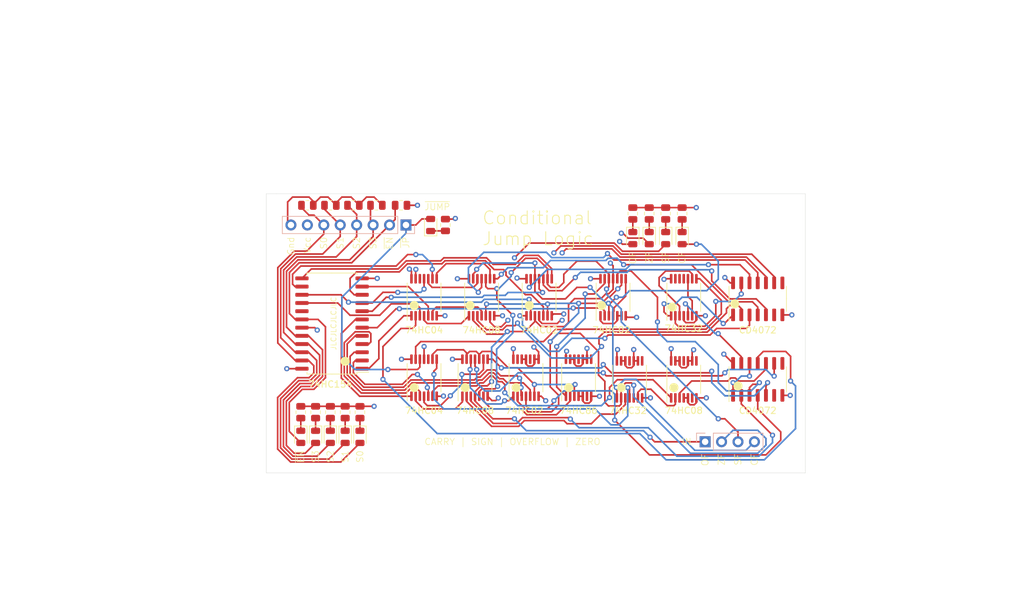
<source format=kicad_pcb>
(kicad_pcb (version 20211014) (generator pcbnew)
  (layers (0 "F.Cu" signal) (1 "In1.Cu" signal) (2 "In2.Cu" signal) (31 "B.Cu" signal) (34 "B.Paste" user) (35 "F.Paste" user) (36 "B.SilkS" user "B.Silkscreen") (37 "F.SilkS" user "F.Silkscreen") (38 "B.Mask" user) (39 "F.Mask" user) (44 "Edge.Cuts" user))
  (net 0 "")
  (net 1 "VCC")
  (net 2 "GND")
  (net 3 "~{LD_PC_COND}")
  (net 4 "CARRY_FLAG")
  (net 5 "SIGN_FLAG")
  (net 6 "OVERFLOW_FLAG")
  (net 7 "ZERO_FLAG")
  (net 8 "~{EN}")
  (net 9 "Net-(U1-Pad10)")
  (net 10 "Net-(U1-Pad8)")
  (net 11 "Net-(U1-Pad6)")
  (net 12 "Net-(U1-Pad4)")
  (net 13 "Net-(U10-Pad1)")
  (net 14 "Net-(U11-Pad1)")
  (net 15 "~{JNS}")
  (net 16 "~{JS}")
  (net 17 "~{JNO}")
  (net 18 "~{JO}")
  (net 19 "OR_JNS")
  (net 20 "OR_JS")
  (net 21 "OR_JNO")
  (net 22 "OR_JO")
  (net 23 "~{JNB_JAE_JNC}")
  (net 24 "~{JB_JNAE_JC}")
  (net 25 "~{JNE_JNZ}")
  (net 26 "~{JE_JZ}")
  (net 27 "OR_JNB_JAE_JNC")
  (net 28 "OR_JNE_JNZ")
  (net 29 "OR_JE_JZ")
  (net 30 "OR_JB_JNAE_JC")
  (net 31 "~{JG_JNLE}")
  (net 32 "~{JL_JNGE}")
  (net 33 "Net-(U5-Pad4)")
  (net 34 "~{JA_JNBE}")
  (net 35 "~{JBE_JNA}")
  (net 36 "Net-(U6-Pad6)")
  (net 37 "OR_JL_JNGE")
  (net 38 "OR_JA_JNBE")
  (net 41 "SF=OF")
  (net 42 "~{JLE_JNG}")
  (net 43 "~{JGE_JNL}")
  (net 44 "OR_JLE_JNG")
  (net 45 "OR_JGE_JNL")
  (net 46 "OR_JBE_JNA")
  (net 47 "OR_JG_JNLE")
  (net 48 "OR_JUMP")
  (net 49 "~{J}")
  (net 51 "Net-(U12-Pad10)")
  (net 52 "Net-(U14-Pad1)")
  (net 53 "Net-(D1-Pad1)")
  (net 54 "Net-(D2-Pad1)")
  (net 55 "Net-(D3-Pad1)")
  (net 56 "Net-(D4-Pad1)")
  (net 57 "Net-(D5-Pad1)")
  (net 58 "Net-(U4-Pad8)")
  (net 59 "Net-(U4-Pad4)")
  (net 60 "Net-(U4-Pad2)")
  (net 61 "Net-(U5-Pad13)")
  (net 62 "Net-(U5-Pad1)")
  (net 63 "Net-(U6-Pad12)")
  (net 64 "Net-(U6-Pad2)")
  (net 68 "Net-(U10-Pad13)")
  (net 69 "Net-(U11-Pad13)")
  (net 72 "Net-(U12-Pad3)")
  (net 73 "ADR0")
  (net 74 "ADR1")
  (net 75 "ADR2")
  (net 76 "ADR3")
  (net 77 "EN")
  (net 80 "Net-(U14-Pad2)")
  (net 86 "Net-(U12-Pad8)")
  (net 87 "Net-(D6-Pad1)")
  (net 88 "Net-(D7-Pad1)")
  (net 89 "Net-(D8-Pad1)")
  (net 90 "Net-(D9-Pad1)")
  (net 91 "Net-(D10-Pad1)")
  (footprint "Package_SO:TSSOP-14_4.4x5mm_P0.65mm" (layer "F.Cu") (at 131.318 93.98 90)
    (fp_text reference "U1" hide)
    (fp_text value "74LS04")
  )
  (footprint "Package_SO:TSSOP-14_4.4x5mm_P0.65mm" (layer "F.Cu") (at 149.098 93.98 90)
    (fp_text reference "U2" hide)
    (fp_text value "74LS02")
  )
  (footprint "Package_SO:TSSOP-14_4.4x5mm_P0.65mm" (layer "F.Cu") (at 140.208 93.98 90)
    (fp_text reference "U3" hide)
    (fp_text value "74LS08")
  )
  (footprint "Package_SO:SOIC-24W_7.5x15.4mm_P1.27mm" (layer "F.Cu") (at 117.094 98.044 180)
    (fp_text reference "U13" hide)
    (fp_text value "74LS154")
  )
  (footprint "Package_SO:TSSOP-14_4.4x5mm_P0.65mm" (layer "F.Cu") (at 131.318 106.426 90)
    (fp_text reference "U4" hide)
    (fp_text value "74LS04")
  )
  (footprint "Package_SO:TSSOP-14_4.4x5mm_P0.65mm" (layer "F.Cu") (at 160.528 93.98 90)
    (fp_text reference "U5" hide)
    (fp_text value "74LS02")
  )
  (footprint "Package_SO:TSSOP-14_4.4x5mm_P0.65mm" (layer "F.Cu") (at 163.068 106.68 90)
    (fp_text reference "U7" hide)
    (fp_text value "74LS32")
  )
  (footprint "Package_SO:TSSOP-14_4.4x5mm_P0.65mm" (layer "F.Cu") (at 155.194 106.426 90)
    (fp_text reference "U8" hide)
    (fp_text value "74LS86")
  )
  (footprint "Package_SO:TSSOP-14_4.4x5mm_P0.65mm" (layer "F.Cu") (at 147.066 106.426 90)
    (fp_text reference "U9" hide)
    (fp_text value "74LS02")
  )
  (footprint "Package_SO:TSSOP-14_4.4x5mm_P0.65mm" (layer "F.Cu") (at 171.45 93.98 90)
    (fp_text reference "U12" hide)
    (fp_text value "74LS32")
  )
  (footprint "Package_SO:TSSOP-14_4.4x5mm_P0.65mm" (layer "F.Cu") (at 171.45 106.68 90)
    (fp_text reference "U14" hide)
    (fp_text value "74LS08")
  )
  (footprint "Package_SO:TSSOP-14_4.4x5mm_P0.65mm" (layer "F.Cu") (at 139.192 106.426 90)
    (fp_text reference "U6" hide)
    (fp_text value "74LS08")
  )
  (footprint "Package_SO:SOIC-14_3.9x8.7mm_P1.27mm" (layer "F.Cu") (at 182.88 94.234 90)
    (fp_text reference "U10" hide)
    (fp_text value "CD4072")
  )
  (footprint "Package_SO:SOIC-14_3.9x8.7mm_P1.27mm" (layer "F.Cu") (at 182.88 106.68 90)
    (fp_text reference "U11" hide)
    (fp_text value "CD4072")
  )
  (footprint "LED_SMD:LED_0805_2012Metric" (layer "F.Cu") (at 132.334 82.804 90)
    (fp_text reference "D1" hide)
    (fp_text value "LED")
  )
  (footprint "LED_SMD:LED_0805_2012Metric" (layer "F.Cu") (at 171.196 84.836 -90)
    (fp_text reference "D2" hide)
    (fp_text value "LED")
  )
  (footprint "LED_SMD:LED_0805_2012Metric" (layer "F.Cu") (at 168.656 84.836 -90)
    (fp_text reference "D3" hide)
    (fp_text value "LED")
  )
  (footprint "LED_SMD:LED_0805_2012Metric" (layer "F.Cu") (at 166.116 84.836 -90)
    (fp_text reference "D4" hide)
    (fp_text value "LED")
  )
  (footprint "LED_SMD:LED_0805_2012Metric" (layer "F.Cu") (at 163.576 84.836 -90)
    (fp_text reference "D5" hide)
    (fp_text value "LED")
  )
  (footprint "Resistor_SMD:R_0805_2012Metric" (layer "F.Cu") (at 134.62 82.804 90)
    (fp_text reference "R1" hide)
    (fp_text value "R_US")
  )
  (footprint "Resistor_SMD:R_0805_2012Metric" (layer "F.Cu") (at 171.196 81.026 90)
    (fp_text reference "R2" hide)
    (fp_text value "R_US")
  )
  (footprint "Resistor_SMD:R_0805_2012Metric" (layer "F.Cu") (at 168.656 81.026 90)
    (fp_text reference "R3" hide)
    (fp_text value "R_US")
  )
  (footprint "Resistor_SMD:R_0805_2012Metric" (layer "F.Cu") (at 166.116 81.026 90)
    (fp_text reference "R4" hide)
    (fp_text value "R_US")
  )
  (footprint "Resistor_SMD:R_0805_2012Metric" (layer "F.Cu") (at 163.576 81.026 90)
    (fp_text reference "R5" hide)
    (fp_text value "R_US")
  )
  (footprint "LED_SMD:LED_0805_2012Metric" (layer "F.Cu") (at 121.412 115.57 -90)
    (fp_text reference "D6" hide)
    (fp_text value "LED")
  )
  (footprint "LED_SMD:LED_0805_2012Metric" (layer "F.Cu") (at 119.126 115.57 -90)
    (fp_text reference "D7" hide)
    (fp_text value "LED")
  )
  (footprint "LED_SMD:LED_0805_2012Metric" (layer "F.Cu") (at 116.84 115.57 -90)
    (fp_text reference "D8" hide)
    (fp_text value "LED")
  )
  (footprint "LED_SMD:LED_0805_2012Metric" (layer "F.Cu") (at 112.268 115.57 -90)
    (fp_text reference "D10" hide)
    (fp_text value "LED")
  )
  (footprint "Resistor_SMD:R_0805_2012Metric" (layer "F.Cu") (at 121.412 111.76 90)
    (fp_text reference "R6" hide)
    (fp_text value "R_US")
  )
  (footprint "Resistor_SMD:R_0805_2012Metric" (layer "F.Cu") (at 119.126 111.76 90)
    (fp_text reference "R7" hide)
    (fp_text value "R_US")
  )
  (footprint "Resistor_SMD:R_0805_2012Metric" (layer "F.Cu") (at 116.84 111.76 90)
    (fp_text reference "R8" hide)
    (fp_text value "R_US")
  )
  (footprint "Resistor_SMD:R_0805_2012Metric" (layer "F.Cu") (at 114.554 111.76 90)
    (fp_text reference "R9" hide)
    (fp_text value "R_US")
  )
  (footprint "Resistor_SMD:R_0805_2012Metric" (layer "F.Cu") (at 112.268 111.76 90)
    (fp_text reference "R10" hide)
    (fp_text value "R_US")
  )
  (footprint "LED_SMD:LED_0805_2012Metric" (layer "F.Cu") (at 114.554 115.57 -90)
    (fp_text reference "D9" hide)
    (fp_text value "LED")
  )
  (footprint "Resistor_SMD:R_0805_2012Metric" (layer "F.Cu") (at 113.284 79.756)
    (fp_text reference "R11" hide)
    (fp_text value "R_US")
  )
  (footprint "Resistor_SMD:R_0805_2012Metric" (layer "F.Cu") (at 116.84 79.756)
    (fp_text reference "R12" hide)
    (fp_text value "R_US")
  )
  (footprint "Resistor_SMD:R_0805_2012Metric" (layer "F.Cu") (at 120.396 79.756)
    (fp_text reference "R13" hide)
    (fp_text value "R_US")
  )
  (footprint "Resistor_SMD:R_0805_2012Metric" (layer "F.Cu") (at 123.952 79.756)
    (fp_text reference "R14" hide)
    (fp_text value "R_US")
  )
  (footprint "Resistor_SMD:R_0805_2012Metric" (layer "F.Cu") (at 127.762 79.756)
    (fp_text reference "R15" hide)
    (fp_text value "R_US")
  )
  (footprint "Connector_PinHeader_2.54mm:PinHeader_1x08_P2.54mm_Vertical" (layer "B.Cu") (at 128.524 82.804 90)
    (fp_text reference "J3" hide)
    (fp_text value "Conn_01x08")
  )
  (footprint "Connector_PinHeader_2.54mm:PinHeader_1x04_P2.54mm_Vertical" (layer "B.Cu") (at 174.752 116.332 -90)
    (fp_text reference "J4" hide)
    (fp_text value "Conn_01x04")
  )
  (gr_circle (center 129.794 107.95) (end 129.794 107.95) (layer "F.SilkS") (width 0.7) (fill none))
  (gr_circle (center 137.668 107.95) (end 137.668 107.95) (layer "F.SilkS") (width 0.7) (fill none))
  (gr_circle (center 145.542 107.95) (end 145.542 107.95) (layer "F.SilkS") (width 0.7) (fill none))
  (gr_circle (center 153.67 107.95) (end 153.67 107.95) (layer "F.SilkS") (width 0.7) (fill none))
  (gr_circle (center 161.798 107.95) (end 161.798 107.95) (layer "F.SilkS") (width 0.7) (fill none))
  (gr_circle (center 169.926 107.95) (end 169.926 107.95) (layer "F.SilkS") (width 0.7) (fill none))
  (gr_circle (center 179.832 107.696) (end 179.832 107.696) (layer "F.SilkS") (width 0.7) (fill none))
  (gr_circle (center 179.324 94.996) (end 179.324 94.996) (layer "F.SilkS") (width 0.7) (fill none))
  (gr_circle (center 169.672 95.504) (end 169.672 95.504) (layer "F.SilkS") (width 0.7) (fill none))
  (gr_circle (center 158.75 95.25) (end 158.75 95.25) (layer "F.SilkS") (width 0.7) (fill none))
  (gr_circle (center 147.574 95.25) (end 147.574 95.25) (layer "F.SilkS") (width 0.7) (fill none))
  (gr_circle (center 138.43 95.25) (end 138.43 95.25) (layer "F.SilkS") (width 0.7) (fill none))
  (gr_circle (center 129.794 95.25) (end 129.794 95.25) (layer "F.SilkS") (width 0.7) (fill none))
  (gr_circle (center 119.126 103.886) (end 119.126 103.886) (layer "F.SilkS") (width 0.7) (fill none))
  (gr_line (start 106.934 77.978) (end 108.458 77.978) (layer "Edge.Cuts") (width 0.05))
  (gr_line (start 106.934 120.142) (end 106.934 121.158) (layer "Edge.Cuts") (width 0.05))
  (gr_line (start 190.246 120.142) (end 190.246 121.158) (layer "Edge.Cuts") (width 0.05))
  (gr_line (start 190.246 121.158) (end 106.934 121.158) (layer "Edge.Cuts") (width 0.05))
  (gr_line (start 190.246 77.978) (end 190.246 120.142) (layer "Edge.Cuts") (width 0.05))
  (gr_line (start 108.458 77.978) (end 190.246 77.978) (layer "Edge.Cuts") (width 0.05))
  (gr_line (start 106.934 120.142) (end 106.934 77.978) (layer "Edge.Cuts") (width 0.05))
  (gr_text "CARRY | SIGN | OVERFLOW | ZERO" (at 131.318 116.332) (layer "F.SilkS") (effects (font (size 1 1) (thickness 0.1)) (justify left)))
  (gr_text "~{JUMP}" (at 131.318 80.01) (layer "F.SilkS") (effects (font (size 1 1) (thickness 0.1)) (justify left)))
  (gr_text "CF" (at 171.196 86.868 90) (layer "F.SilkS") (effects (font (size 1 1) (thickness 0.1)) (justify right)))
  (gr_text "SF" (at 168.656 86.868 90) (layer "F.SilkS") (effects (font (size 1 1) (thickness 0.1)) (justify right)))
  (gr_text "ZF" (at 166.116 86.868 90) (layer "F.SilkS") (effects (font (size 1 1) (thickness 0.1)) (justify right)))
  (gr_text "OF" (at 163.576 86.868 90) (layer "F.SilkS") (effects (font (size 1 1) (thickness 0.1)) (justify right)))
  (gr_text "S1" (at 119.126 117.602 90) (layer "F.SilkS") (effects (font (size 1 1) (thickness 0.1)) (justify right)))
  (gr_text "S2" (at 116.84 117.602 90) (layer "F.SilkS") (effects (font (size 1 1) (thickness 0.1)) (justify right)))
  (gr_text "S0" (at 121.412 117.602 90) (layer "F.SilkS") (effects (font (size 1 1) (thickness 0.1)) (justify right)))
  (gr_text "S3" (at 114.554 117.602 90) (layer "F.SilkS") (effects (font (size 1 1) (thickness 0.1)) (justify right)))
  (gr_text "~{EN}" (at 112.268 117.602 90) (layer "F.SilkS") (effects (font (size 1 1) (thickness 0.1)) (justify right)))
  (gr_text "Gnd" (at 110.744 84.582 90) (layer "F.SilkS") (effects (font (size 1 1) (thickness 0.1)) (justify right)))
  (gr_text "Vcc" (at 113.284 84.582 90) (layer "F.SilkS") (effects (font (size 1 1) (thickness 0.1)) (justify right)))
  (gr_text "S0" (at 115.824 84.582 90) (layer "F.SilkS") (effects (font (size 1 1) (thickness 0.1)) (justify right)))
  (gr_text "S1" (at 118.364 84.582 90) (layer "F.SilkS") (effects (font (size 1 1) (thickness 0.1)) (justify right)))
  (gr_text "S2" (at 120.904 84.582 90) (layer "F.SilkS") (effects (font (size 1 1) (thickness 0.1)) (justify right)))
  (gr_text "S3" (at 123.444 84.582 90) (layer "F.SilkS") (effects (font (size 1 1) (thickness 0.1)) (justify right)))
  (gr_text "~{EN}" (at 125.984 84.582 90) (layer "F.SilkS") (effects (font (size 1 1) (thickness 0.1)) (justify right)))
  (gr_text "~{JP}" (at 128.524 84.582 90) (layer "F.SilkS") (effects (font (size 1 1) (thickness 0.1)) (justify right)))
  (gr_text "CF" (at 182.372 118.11 90) (layer "F.SilkS") (effects (font (size 1 1) (thickness 0.1)) (justify right)))
  (gr_text "SF" (at 179.832 118.11 90) (layer "F.SilkS") (effects (font (size 1 1) (thickness 0.1)) (justify right)))
  (gr_text "ZF" (at 177.292 118.11 90) (layer "F.SilkS") (effects (font (size 1 1) (thickness 0.1)) (justify right)))
  (gr_text "OF" (at 174.752 118.11 90) (layer "F.SilkS") (effects (font (size 1 1) (thickness 0.1)) (justify right)))
  (gr_text "IN" (at 172.72 116.332) (layer "F.SilkS") (effects (font (size 1 1) (thickness 0.1)) (justify right)))
  (gr_text "JLCJLCJLCJLC" (at 117.348 98.044 90) (layer "F.SilkS") (effects (font (size 0.8 0.8) (thickness 0.1))))
  (gr_text "Conditional\nJump Logic" (at 140.208 83.312) (layer "F.SilkS") (effects (font (size 2 2)) (justify left)))
  (segment (start 169.5 103.8175) (end 169.5 101.936) (width 0.25) (layer "F.Cu") (net 1))
  (segment (start 161.118 103.8175) (end 161.118 102.169021) (width 0.25) (layer "F.Cu") (net 1))
  (segment (start 137.242 103.5635) (end 135.7045 103.5635) (width 0.25) (layer "F.Cu") (net 1))
  (segment (start 112.444 105.029) (end 110.109 105.029) (width 0.25) (layer "F.Cu") (net 1))
  (segment (start 179.07 91.759) (end 178.627 91.759) (width 0.25) (layer "F.Cu") (net 1))
  (segment (start 130.048 79.756) (end 130.302 79.756) (width 0.25) (layer "F.Cu") (net 1))
  (segment (start 177.546 102.681) (end 177.6405 102.7755) (width 0.25) (layer "F.Cu") (net 1))
  (segment (start 178.627 91.759) (end 177.8 90.932) (width 0.25) (layer "F.Cu") (net 1))
  (segment (start 128.6745 79.756) (end 130.048 79.756) (width 0.25) (layer "F.Cu") (net 1))
  (segment (start 179.07 104.205) (end 177.6405 102.7755) (width 0.25) (layer "F.Cu") (net 1))
  (segment (start 129.368 91.1175) (end 129.368 89.945471) (width 0.25) (layer "F.Cu") (net 1))
  (segment (start 153.244 102.420135) (end 153.339125 102.32501) (width 0.25) (layer "F.Cu") (net 1))
  (segment (start 147.148 91.1175) (end 145.785819 91.1175) (width 0.25) (layer "F.Cu") (net 1))
  (segment (start 153.244 103.5635) (end 153.244 102.420135) (width 0.25) (layer "F.Cu") (net 1))
  (segment (start 138.258 91.1175) (end 136.4665 91.1175) (width 0.25) (layer "F.Cu") (net 1))
  (segment (start 169.5 91.1175) (end 168.479819 91.1175) (width 0.25) (layer "F.Cu") (net 1))
  (segment (start 158.578 91.1175) (end 157.0405 91.1175) (width 0.25) (layer "F.Cu") (net 1))
  (segment (start 129.368 89.945471) (end 129.048633 89.626104) (width 0.25) (layer "F.Cu") (net 1))
  (segment (start 129.368 103.5635) (end 127.8305 103.5635) (width 0.25) (layer "F.Cu") (net 1))
  (segment (start 145.116 103.5635) (end 145.116 101.936) (width 0.25) (layer "F.Cu") (net 1))
  (segment (start 168.479819 91.1175) (end 168.393712 91.203607) (width 0.25) (layer "F.Cu") (net 1))
  (segment (start 161.118 102.169021) (end 161.216011 102.07101) (width 0.25) (layer "F.Cu") (net 1))
  (segment (start 145.785819 91.1175) (end 145.677521 91.009202) (width 0.25) (layer "F.Cu") (net 1))
  (via (at 177.6405 102.7755) (size 0.8) (drill 0.4) (layers "F.Cu" "B.Cu") (net 1))
  (via (at 153.339125 102.32501) (size 0.8) (drill 0.4) (layers "F.Cu" "B.Cu") (net 1))
  (via (at 168.393712 91.203607) (size 0.8) (drill 0.4) (layers "F.Cu" "B.Cu") (net 1))
  (via (at 129.048633 89.626104) (size 0.8) (drill 0.4) (layers "F.Cu" "B.Cu") (net 1))
  (via (at 157.0405 91.1175) (size 0.8) (drill 0.4) (layers "F.Cu" "B.Cu") (net 1))
  (via (at 136.4665 91.1175) (size 0.8) (drill 0.4) (layers "F.Cu" "B.Cu") (net 1))
  (via (at 145.116 101.936) (size 0.8) (drill 0.4) (layers "F.Cu" "B.Cu") (net 1))
  (via (at 135.7045 103.5635) (size 0.8) (drill 0.4) (layers "F.Cu" "B.Cu") (net 1))
  (via (at 130.302 79.756) (size 0.8) (drill 0.4) (layers "F.Cu" "B.Cu") (net 1))
  (via (at 127.8305 103.5635) (size 0.8) (drill 0.4) (layers "F.Cu" "B.Cu") (net 1))
  (via (at 110.109 105.029) (size 0.8) (drill 0.4) (layers "F.Cu" "B.Cu") (net 1))
  (via (at 169.5 101.936) (size 0.8) (drill 0.4) (layers "F.Cu" "B.Cu") (net 1))
  (via (at 161.216011 102.07101) (size 0.8) (drill 0.4) (layers "F.Cu" "B.Cu") (net 1))
  (via (at 145.677521 91.009202) (size 0.8) (drill 0.4) (layers "F.Cu" "B.Cu") (net 1))
  (via (at 177.8 90.932) (size 0.8) (drill 0.4) (layers "F.Cu" "B.Cu") (net 1))
  (segment (start 163.718 104.555) (end 163.39299 104.88001) (width 0.25) (layer "F.Cu") (net 2))
  (segment (start 171.77501 97.90501) (end 173.026048 97.90501) (width 0.25) (layer "F.Cu") (net 2))
  (segment (start 130.048 89.916) (end 130.048 89.662) (width 0.25) (layer "F.Cu") (net 2))
  (segment (start 121.3085 79.756) (end 121.3085 79.6055) (width 0.25) (layer "F.Cu") (net 2))
  (segment (start 120.0385 78.486) (end 121.3085 79.756) (width 0.25) (layer "F.Cu") (net 2))
  (segment (start 117.7525 79.756) (end 117.7525 79.3515) (width 0.25) (layer "F.Cu") (net 2))
  (segment (start 149.016 102.417729) (end 148.287507 101.689236) (width 0.25) (layer "F.Cu") (net 2))
  (segment (start 118.618 78.486) (end 120.0385 78.486) (width 0.25) (layer "F.Cu") (net 2))
  (segment (start 115.316 78.486) (end 116.4825 78.486) (width 0.25) (layer "F.Cu") (net 2))
  (segment (start 172.1 104.555) (end 172.1 103.8175) (width 0.25) (layer "F.Cu") (net 2))
  (segment (start 161.768 103.8175) (end 162.418 103.8175) (width 0.25) (layer "F.Cu") (net 2))
  (segment (start 173.4 97.531058) (end 173.4 96.8425) (width 0.25) (layer "F.Cu") (net 2))
  (segment (start 170.8 104.555) (end 171.12501 104.88001) (width 0.25) (layer "F.Cu") (net 2))
  (segment (start 113.538 78.486) (end 110.998 78.486) (width 0.25) (layer "F.Cu") (net 2))
  (segment (start 146.416 103.5635) (end 147.066 103.5635) (width 0.25) (layer "F.Cu") (net 2))
  (segment (start 171.45 97.58) (end 171.77501 97.90501) (width 0.25) (layer "F.Cu") (net 2))
  (segment (start 170.8 103.8175) (end 170.8 104.555) (width 0.25) (layer "F.Cu") (net 2))
  (segment (start 164.368 103.8175) (end 163.718 103.8175) (width 0.25) (layer "F.Cu") (net 2))
  (segment (start 114.1965 79.756) (end 114.1965 79.1445) (width 0.25) (layer "F.Cu") (net 2))
  (segment (start 149.016 103.5635) (end 149.016 102.417729) (width 0.25) (layer "F.Cu") (net 2))
  (segment (start 171.77499 104.88001) (end 172.1 104.555) (width 0.25) (layer "F.Cu") (net 2))
  (segment (start 154.544 104.301) (end 154.86901 104.62601) (width 0.25) (layer "F.Cu") (net 2))
  (segment (start 172.1 109.5425) (end 172.1 110.28) (width 0.25) (layer "F.Cu") (net 2))
  (segment (start 155.844 110.026) (end 156.16901 110.35101) (width 0.25) (layer "F.Cu") (net 2))
  (segment (start 173.4 109.5425) (end 174.9375 109.5425) (width 0.25) (layer "F.Cu") (net 2))
  (segment (start 141.142 109.2885) (end 141.811108 109.957608) (width 0.25) (layer "F.Cu") (net 2))
  (segment (start 171.45 109.5425) (end 172.1 109.5425) (width 0.25) (layer "F.Cu") (net 2))
  (segment (start 162.478 96.8425) (end 162.714624 97.079124) (width 0.25) (layer "F.Cu") (net 2))
  (segment (start 148.366 103.5635) (end 148.366 104.301) (width 0.25) (layer "F.Cu") (net 2))
  (segment (start 122.428 78.486) (end 123.5945 78.486) (width 0.25) (layer "F.Cu") (net 2))
  (segment (start 163.718 103.8175) (end 163.718 104.555) (width 0.25) (layer "F.Cu") (net 2))
  (segment (start 110.236 82.296) (end 110.744 82.804) (width 0.25) (layer "F.Cu") (net 2))
  (segment (start 163.718 103.8175) (end 163.718 102.07101) (width 0.25) (layer "F.Cu") (net 2))
  (segment (start 149.4205 109.2885) (end 150.114 109.982) (width 0.25) (layer "F.Cu") (net 2))
  (segment (start 156.494 103.5635) (end 156.494 101.884) (width 0.25) (layer "F.Cu") (net 2))
  (segment (start 114.1965 79.1445) (end 113.538 78.486) (width 0.25) (layer "F.Cu") (net 2))
  (segment (start 157.144 109.2885) (end 158.4275 109.2885) (width 0.25) (layer "F.Cu") (net 2))
  (segment (start 162.714624 97.079124) (end 164.158248 97.079124) (width 0.25) (layer "F.Cu") (net 2))
  (segment (start 170.15 103.8175) (end 170.8 103.8175) (width 0.25) (layer "F.Cu") (net 2))
  (segment (start 151.323236 96.567264) (end 152.902141 96.567264) (width 0.25) (layer "F.Cu") (net 2))
  (segment (start 157.144 110.026) (end 157.144 109.2885) (width 0.25) (layer "F.Cu") (net 2))
  (segment (start 173.026048 97.90501) (end 173.4 97.531058) (width 0.25) (layer "F.Cu") (net 2))
  (segment (start 172.1 103.8175) (end 172.75 103.8175) (width 0.25) (layer "F.Cu") (net 2))
  (segment (start 156.494 103.5635) (end 155.844 103.5635) (width 0.25) (layer "F.Cu") (net 2))
  (segment (start 112.444 98.679) (end 114.427 98.679) (width 0.25) (layer "F.Cu") (net 2))
  (segment (start 130.018 91.1175) (end 130.018 89.946) (width 0.25) (layer "F.Cu") (net 2))
  (segment (start 121.412 110.8475) (end 123.5945 110.8475) (width 0.25) (layer "F.Cu") (net 2))
  (segment (start 134.28818 109.2885) (end 134.315118 109.261562) (width 0.25) (layer "F.Cu") (net 2))
  (segment (start 142.6795 109.2885) (end 142.6795 109.444869) (width 0.25) (layer "F.Cu") (net 2))
  (segment (start 121.744 91.059) (end 124.079 91.059) (width 0.25) (layer "F.Cu") (net 2))
  (segment (start 117.7525 79.3515) (end 118.618 78.486) (width 0.25) (layer "F.Cu") (net 2))
  (segment (start 133.268 96.8425) (end 134.5515 96.8425) (width 0.25) (layer "F.Cu") (net 2))
  (segment (start 148.04099 104.62601) (end 147.39101 104.62601) (width 0.25) (layer "F.Cu") (net 2))
  (segment (start 154.3635 103.5635) (end 154.544 103.5635) (width 0.25) (layer "F.Cu") (net 2))
  (segment (start 186.69 109.155) (end 187.895 109.155) (width 0.25) (layer "F.Cu") (net 2))
  (segment (start 162.74301 104.88001) (end 162.418 104.555) (width 0.25) (layer "F.Cu") (net 2))
  (segment (start 154.544 103.5635) (end 154.544 104.301) (width 0.25) (layer "F.Cu") (net 2))
  (segment (start 171.12501 104.88001) (end 171.77499 104.88001) (width 0.25) (layer "F.Cu") (net 2))
  (segment (start 147.39101 104.62601) (end 147.066 104.301) (width 0.25) (layer "F.Cu") (net 2))
  (segment (start 153.894 103.5635) (end 154.3635 103.5635) (width 0.25) (layer "F.Cu") (net 2))
  (segment (start 142.392241 109.957608) (end 142.79224 109.557609) (width 0.25) (layer "F.Cu") (net 2))
  (segment (start 151.048 96.8425) (end 151.323236 96.567264) (width 0.25) (layer "F.Cu") (net 2))
  (segment (start 155.844 109.2885) (end 155.844 110.026) (width 0.25) (layer "F.Cu") (net 2))
  (segment (start 156.81899 110.35101) (end 157.144 110.026) (width 0.25) (layer "F.Cu") (net 2))
  (segment (start 172.42501 110.60501) (end 173.07499 110.60501) (width 0.25) (layer "F.Cu") (net 2))
  (segment (start 172.75 103.8175) (end 172.75 102.332) (width 0.25) (layer "F.Cu") (net 2))
  (segment (start 147.066 104.301) (end 147.066 103.5635) (width 0.25) (layer "F.Cu") (net 2))
  (segment (start 173.4 110.28) (end 173.4 109.5425) (width 0.25) (layer "F.Cu") (net 2))
  (segment (start 116.4825 78.486) (end 117.7525 79.756) (width 0.25) (layer "F.Cu") (net 2))
  (segment (start 121.3085 79.6055) (end 122.428 78.486) (width 0.25) (layer "F.Cu") (net 2))
  (segment (start 112.268 110.8475) (end 121.412 110.8475) (width 0.25) (layer "F.Cu") (net 2))
  (segment (start 162.418 104.555) (end 162.418 103.8175) (width 0.25) (layer "F.Cu") (net 2))
  (segment (start 136.0405 81.8915) (end 136.144 81.788) (width 0.25) (layer "F.Cu") (net 2))
  (segment (start 110.236 79.248) (end 110.236 82.296) (width 0.25) (layer "F.Cu") (net 2))
  (segment (start 149.016 103.5635) (end 148.366 103.5635) (width 0.25) (layer "F.Cu") (net 2))
  (segment (start 123.5945 78.486) (end 124.8645 79.756) (width 0.25) (layer "F.Cu") (net 2))
  (segment (start 172.75 102.332) (end 172.974 102.108) (width 0.25) (layer "F.Cu") (net 2))
  (segment (start 114.1965 79.6055) (end 115.316 78.486) (width 0.25) (layer "F.Cu") (net 2))
  (segment (start 154.86901 104.62601) (end 155.51899 104.62601) (width 0.25) (layer "F.Cu") (net 2))
  (segment (start 149.016 109.2885) (end 149.4205 109.2885) (width 0.25) (layer "F.Cu") (net 2))
  (segment (start 133.268 109.2885) (end 134.28818 109.2885) (width 0.25) (layer "F.Cu") (net 2))
  (segment (start 155.51899 104.62601) (end 155.844 104.301) (width 0.25) (layer "F.Cu") (net 2))
  (segment (start 155.194 109.2885) (end 155.844 109.2885) (width 0.25) (layer "F.Cu") (net 2))
  (segment (start 186.69 96.709) (end 188.149 96.709) (width 0.25) (layer "F.Cu") (net 2))
  (segment (start 173.4 96.8425) (end 174.78899 96.8425) (width 0.25) (layer "F.Cu") (net 2))
  (segment (start 171.45 96.8425) (end 171.45 97.58) (width 0.25) (layer "F.Cu") (net 2))
  (segment (start 110.998 78.486) (end 110.236 79.248) (width 0.25) (layer "F.Cu") (net 2))
  (segment (start 134.62 81.8915) (end 136.0405 81.8915) (width 0.25) (layer "F.Cu") (net 2))
  (segment (start 171.196 80.1135) (end 173.3785 80.1135) (width 0.25) (layer "F.Cu") (net 2))
  (segment (start 114.1965 79.756) (end 114.1965 79.6055) (width 0.25) (layer "F.Cu") (net 2))
  (segment (start 173.07499 110.60501) (end 173.4 110.28) (width 0.25) (layer "F.Cu") (net 2))
  (segment (start 165.018 109.5425) (end 166.3015 109.5425) (width 0.25) (layer "F.Cu") (net 2))
  (segment (start 155.844 104.301) (end 155.844 103.5635) (width 0.25) (layer "F.Cu") (net 2))
  (segment (start 163.39299 104.88001) (end 162.74301 104.88001) (width 0.25) (layer "F.Cu") (net 2))
  (segment (start 172.1 110.28) (end 172.42501 110.60501) (width 0.25) (layer "F.Cu") (net 2))
  (segment (start 131.318 103.5635) (end 131.318 101.6) (width 0.25) (layer "F.Cu") (net 2))
  (segment (start 141.811108 109.957608) (end 142.392241 109.957608) (width 0.25) (layer "F.Cu") (net 2))
  (segment (start 156.16901 110.35101) (end 156.81899 110.35101) (width 0.25) (layer "F.Cu") (net 2))
  (segment (start 163.576 80.1135) (end 171.196 80.1135) (width 0.25) (layer "F.Cu") (net 2))
  (segment (start 142.158 96.8425) (end 143.4415 96.8425) (width 0.25) (layer "F.Cu") (net 2))
  (segment (start 142.6795 109.444869) (end 142.79224 109.557609) (width 0.25) (layer "F.Cu") (net 2))
  (segment (start 148.366 104.301) (end 148.04099 104.62601) (width 0.25) (layer "F.Cu") (net 2))
  (segment (start 130.018 89.946) (end 130.048 89.916) (width 0.25) (layer "F.Cu") (net 2))
  (segment (start 114.427 98.679) (end 114.808 99.06) (width 0.25) (layer "F.Cu") (net 2))
  (via (at 173.3785 80.1135) (size 0.8) (drill 0.4) (layers "F.Cu" "B.Cu") (net 2))
  (via (at 124.079 91.059) (size 0.8) (drill 0.4) (layers "F.Cu" "B.Cu") (net 2))
  (via (at 174.78899 96.8425) (size 0.8) (drill 0.4) (layers "F.Cu" "B.Cu") (net 2))
  (via (at 148.287507 101.689236) (size 0.8) (drill 0.4) (layers "F.Cu" "B.Cu") (net 2))
  (via (at 152.902141 96.567264) (size 0.8) (drill 0.4) (layers "F.Cu" "B.Cu") (net 2))
  (via (at 143.4415 96.8425) (size 0.8) (drill 0.4) (layers "F.Cu" "B.Cu") (net 2))
  (via (at 158.4275 109.2885) (size 0.8) (drill 0.4) (layers "F.Cu" "B.Cu") (net 2))
  (via (at 174.9375 109.5425) (size 0.8) (drill 0.4) (layers "F.Cu" "B.Cu") (net 2))
  (via (at 142.79224 109.557609) (size 0.8) (drill 0.4) (layers "F.Cu" "B.Cu") (net 2))
  (via (at 123.5945 110.8475) (size 0.8) (drill 0.4) (layers "F.Cu" "B.Cu") (net 2))
  (via (at 164.158248 97.079124) (size 0.8) (drill 0.4) (layers "F.Cu" "B.Cu") (net 2))
  (via (at 134.315118 109.261562) (size 0.8) (drill 0.4) (layers "F.Cu" "B.Cu") (net 2))
  (via (at 187.895 109.155) (size 0.8) (drill 0.4) (layers "F.Cu" "B.Cu") (net 2))
  (via (at 188.149 96.709) (size 0.8) (drill 0.4) (layers "F.Cu" "B.Cu") (net 2))
  (via (at 131.318 101.6) (size 0.8) (drill 0.4) (layers "F.Cu" "B.Cu") (net 2))
  (via (at 134.5515 96.8425) (size 0.8) (drill 0.4) (layers "F.Cu" "B.Cu") (net 2))
  (via (at 156.494 101.884) (size 0.8) (drill 0.4) (layers "F.Cu" "B.Cu") (net 2))
  (via (at 163.718 102.07101) (size 0.8) (drill 0.4) (layers "F.Cu" "B.Cu") (net 2))
  (via (at 172.974 102.108) (size 0.8) (drill 0.4) (layers "F.Cu" "B.Cu") (net 2))
  (via (at 136.144 81.788) (size 0.8) (drill 0.4) (layers "F.Cu" "B.Cu") (net 2))
  (via (at 166.3015 109.5425) (size 0.8) (drill 0.4) (layers "F.Cu" "B.Cu") (net 2))
  (via (at 150.114 109.982) (size 0.8) (drill 0.4) (layers "F.Cu" "B.Cu") (net 2))
  (via (at 130.048 89.662) (size 0.8) (drill 0.4) (layers "F.Cu" "B.Cu") (net 2))
  (via (at 114.808 99.06) (size 0.8) (drill 0.4) (layers "F.Cu" "B.Cu") (net 2))
  (segment (start 130.668 103.5635) (end 130.668 104.79) (width 0.25) (layer "F.Cu") (net 3))
  (segment (start 130.668 104.79) (end 130.302 105.156) (width 0.25) (layer "F.Cu") (net 3))
  (segment (start 130.048 82.804) (end 128.524 82.804) (width 0.25) (layer "F.Cu") (net 3))
  (segment (start 130.9855 81.8665) (end 130.048 82.804) (width 0.25) (layer "F.Cu") (net 3))
  (segment (start 132.334 81.8665) (end 130.9855 81.8665) (width 0.25) (layer "F.Cu") (net 3))
  (segment (start 130.302 105.156) (end 125.73 105.156) (width 0.25) (layer "F.Cu") (net 3))
  (via (at 125.73 105.156) (size 0.8) (drill 0.4) (layers "F.Cu" "B.Cu") (net 3))
  (segment (start 118.618 93.98) (end 128.524 84.074) (width 0.25) (layer "B.Cu") (net 3))
  (segment (start 128.524 84.074) (end 128.524 82.804) (width 0.25) (layer "B.Cu") (net 3))
  (segment (start 125.73 105.156) (end 120.65 105.156) (width 0.25) (layer "B.Cu") (net 3))
  (segment (start 118.618 103.124) (end 118.618 93.98) (width 0.25) (layer "B.Cu") (net 3))
  (segment (start 120.65 105.156) (end 118.618 103.124) (width 0.25) (layer "B.Cu") (net 3))
  (segment (start 138.908 90.38) (end 139.372 89.916) (width 0.25) (layer "F.Cu") (net 4))
  (segment (start 148.448 91.1175) (end 148.448 88.686347) (width 0.25) (layer "F.Cu") (net 4))
  (segment (start 139.372 89.736) (end 139.446 89.662) (width 0.25) (layer "F.Cu") (net 4))
  (segment (start 148.448 91.1175) (end 148.448 93.076) (width 0.25) (layer "F.Cu") (net 4))
  (segment (start 138.908 91.1175) (end 138.908 90.38) (width 0.25) (layer "F.Cu") (net 4))
  (segment (start 161.118 108.032) (end 161.118 109.5425) (width 0.25) (layer "F.Cu") (net 4))
  (segment (start 148.448 88.686347) (end 148.451357 88.68299) (width 0.25) (layer "F.Cu") (net 4))
  (segment (start 171.196 85.7735) (end 173.4035 85.7735) (width 0.25) (layer "F.Cu") (net 4))
  (segment (start 149.606 94.234) (end 153.162 94.234) (width 0.25) (layer "F.Cu") (net 4))
  (segment (start 139.372 89.916) (end 139.372 89.736) (width 0.25) (layer "F.Cu") (net 4))
  (segment (start 160.100795 94.915205) (end 161.036 93.98) (width 0.25) (layer "F.Cu") (net 4))
  (segment (start 154.94 92.456) (end 156.972 92.456) (width 0.25) (layer "F.Cu") (net 4))
  (segment (start 159.878 94.990215) (end 159.80299 94.915205) (width 0.25) (layer "F.Cu") (net 4))
  (segment (start 161.036 107.95) (end 161.118 108.032) (width 0.25) (layer "F.Cu") (net 4))
  (segment (start 153.162 94.234) (end 154.94 92.456) (width 0.25) (layer "F.Cu") (net 4))
  (segment (start 148.448 93.076) (end 149.606 94.234) (width 0.25) (layer "F.Cu") (net 4))
  (segment (start 159.80299 94.915205) (end 160.100795 94.915205) (width 0.25) (layer "F.Cu") (net 4))
  (segment (start 159.878 96.8425) (end 159.878 94.990215) (width 0.25) (layer "F.Cu") (net 4))
  (via (at 156.972 92.456) (size 0.8) (drill 0.4) (layers "F.Cu" "B.Cu") (net 4))
  (via (at 161.036 107.95) (size 0.8) (drill 0.4) (layers "F.Cu" "B.Cu") (net 4))
  (via (at 139.446 89.662) (size 0.8) (drill 0.4) (layers "F.Cu" "B.Cu") (net 4))
  (via (at 148.451357 88.68299) (size 0.8) (drill 0.4) (layers "F.Cu" "B.Cu") (net 4))
  (via (at 161.036 93.98) (size 0.8) (drill 0.4) (layers "F.Cu" "B.Cu") (net 4))
  (via (at 159.80299 94.915205) (size 0.8) (drill 0.4) (layers "F.Cu" "B.Cu") (net 4))
  (via (at 173.4035 85.7735) (size 0.8) (drill 0.4) (layers "F.Cu" "B.Cu") (net 4))
  (segment (start 156.972 92.456) (end 159.431205 94.915205) (width 0.25) (layer "B.Cu") (net 4))
  (segment (start 176.784 91.186) (end 175.006 92.964) (width 0.25) (layer "B.Cu") (net 4))
  (segment (start 173.1604 117.659989) (end 181.044011 117.659989) (width 0.25) (layer "B.Cu") (net 4))
  (segment (start 176.784 88.392) (end 176.784 91.186) (width 0.25) (layer "B.Cu") (net 4))
  (segment (start 181.044011 117.659989) (end 182.372 116.332) (width 0.25) (layer "B.Cu") (net 4))
  (segment (start 162.306 106.68) (end 164.084 106.68) (width 0.25) (layer "B.Cu") (net 4))
  (segment (start 175.006 92.964) (end 163.068 92.964) (width 0.25) (layer "B.Cu") (net 4))
  (segment (start 162.052 93.98) (end 161.036 93.98) (width 0.25) (layer "B.Cu") (net 4))
  (segment (start 165.550009 110.049598) (end 173.1604 117.659989) (width 0.25) (layer "B.Cu") (net 4))
  (segment (start 164.084 106.68) (end 165.550009 108.146009) (width 0.25) (layer "B.Cu") (net 4))
  (segment (start 160.636001 107.550001) (end 161.036 107.95) (width 0.25) (layer "B.Cu") (net 4))
  (segment (start 173.4035 85.7735) (end 174.1655 85.7735) (width 0.25) (layer "B.Cu") (net 4))
  (segment (start 161.036 107.95) (end 162.306 106.68) (width 0.25) (layer "B.Cu") (net 4))
  (segment (start 160.491001 95.603216) (end 160.491001 107.405001) (width 0.25) (layer "B.Cu") (net 4))
  (segment (start 139.446 89.662) (end 140.42501 88.68299) (width 0.25) (layer "B.Cu") (net 4))
  (segment (start 165.550009 108.146009) (end 165.550009 110.049598) (width 0.25) (layer "B.Cu") (net 4))
  (segment (start 159.431205 94.915205) (end 159.80299 94.915205) (width 0.25) (layer "B.Cu") (net 4))
  (segment (start 159.80299 94.915205) (end 160.491001 95.603216) (width 0.25) (layer "B.Cu") (net 4))
  (segment (start 174.1655 85.7735) (end 176.784 88.392) (width 0.25) (layer "B.Cu") (net 4))
  (segment (start 160.491001 107.405001) (end 160.636001 107.550001) (width 0.25) (layer "B.Cu") (net 4))
  (segment (start 140.42501 88.68299) (end 148.451357 88.68299) (width 0.25) (layer "B.Cu") (net 4))
  (segment (start 163.068 92.964) (end 162.052 93.98) (width 0.25) (layer "B.Cu") (net 4))
  (segment (start 160.703914 85.598) (end 147.574 85.598) (width 0.25) (layer "F.Cu") (net 5))
  (segment (start 139.842 108.572822) (end 140.262513 108.152309) (width 0.25) (layer "F.Cu") (net 5))
  (segment (start 141.161769 92.647769) (end 142.561305 92.647769) (width 0.25) (layer "F.Cu") (net 5))
  (segment (start 150.398 91.1175) (end 150.398 89.556631) (width 0.25) (layer "F.Cu") (net 5))
  (segment (start 152.146 92.456) (end 150.876 92.456) (width 0.25) (layer "F.Cu") (net 5))
  (segment (start 150.876 92.456) (end 150.398 91.978) (width 0.25) (layer "F.Cu") (net 5))
  (segment (start 159.878 91.1175) (end 159.878 90.38) (width 0.25) (layer "F.Cu") (net 5))
  (segment (start 145.687999 87.484001) (end 145.288 87.884) (width 0.25) (layer "F.Cu") (net 5))
  (segment (start 177.8 112.776) (end 176.784 112.776) (width 0.25) (layer "F.Cu") (net 5))
  (segment (start 139.842 109.2885) (end 139.842 108.572822) (width 0.25) (layer "F.Cu") (net 5))
  (segment (start 150.398 91.978) (end 150.398 91.1175) (width 0.25) (layer "F.Cu") (net 5))
  (segment (start 167.5615 86.868) (end 161.973914 86.868) (width 0.25) (layer "F.Cu") (net 5))
  (segment (start 140.262513 108.152309) (end 142.283651 108.152309) (width 0.25) (layer "F.Cu") (net 5))
  (segment (start 150.398 89.556631) (end 148.799358 87.957989) (width 0.25) (layer "F.Cu") (net 5))
  (segment (start 179.832 116.332) (end 179.832 114.808) (width 0.25) (layer "F.Cu") (net 5))
  (segment (start 154.94 88.392) (end 152.908 90.424) (width 0.25) (layer "F.Cu") (net 5))
  (segment (start 157.89 88.392) (end 154.94 88.392) (width 0.25) (layer "F.Cu") (net 5))
  (segment (start 161.973914 86.868) (end 160.703914 85.598) (width 0.25) (layer "F.Cu") (net 5))
  (segment (start 159.878 91.1175) (end 159.878 92.344) (width 0.25) (layer "F.Cu") (net 5))
  (segment (start 179.832 114.808) (end 177.8 112.776) (width 0.25) (layer "F.Cu") (net 5))
  (segment (start 140.858 92.344) (end 141.161769 92.647769) (width 0.25) (layer "F.Cu") (net 5))
  (segment (start 142.283651 108.152309) (end 142.68365 107.75231) (width 0.25) (layer "F.Cu") (net 5))
  (segment (start 148.799358 87.957989) (end 146.992011 87.957989) (width 0.25) (layer "F.Cu") (net 5))
  (segment (start 147.574 85.598) (end 145.687999 87.484001) (width 0.25) (layer "F.Cu") (net 5))
  (segment (start 159.878 92.344) (end 159.512 92.71) (width 0.25) (layer "F.Cu") (net 5))
  (segment (start 142.561305 94.301305) (end 142.561305 92.647769) (width 0.25) (layer "F.Cu") (net 5))
  (segment (start 145.034 96.774) (end 142.561305 94.301305) (width 0.25) (layer "F.Cu") (net 5))
  (segment (start 152.908 90.424) (end 152.908 91.694) (width 0.25) (layer "F.Cu") (net 5))
  (segment (start 140.858 91.1175) (end 140.858 92.344) (width 0.25) (layer "F.Cu") (net 5))
  (segment (start 146.992011 87.957989) (end 144.78 90.17) (width 0.25) (layer "F.Cu") (net 5))
  (segment (start 152.908 91.694) (end 152.146 92.456) (width 0.25) (layer "F.Cu") (net 5))
  (segment (start 168.656 85.7735) (end 167.5615 86.868) (width 0.25) (layer "F.Cu") (net 5))
  (segment (start 159.878 90.38) (end 157.89 88.392) (width 0.25) (layer "F.Cu") (net 5))
  (via (at 145.288 87.884) (size 0.8) (drill 0.4) (layers "F.Cu" "B.Cu") (net 5))
  (via (at 142.561305 92.647769) (size 0.8) (drill 0.4) (layers "F.Cu" "B.Cu") (net 5))
  (via (at 142.68365 107.75231) (size 0.8) (drill 0.4) (layers "F.Cu" "B.Cu") (net 5))
  (via (at 159.512 92.71) (size 0.8) (drill 0.4) (layers "F.Cu" "B.Cu") (net 5))
  (via (at 176.784 112.776) (size 0.8) (drill 0.4) (layers "F.Cu" "B.Cu") (net 5))
  (via (at 144.78 90.17) (size 0.8) (drill 0.4) (layers "F.Cu" "B.Cu") (net 5))
  (via (at 145.034 96.774) (size 0.8) (drill 0.4) (layers "F.Cu" "B.Cu") (net 5))
  (segment (start 145.034 96.774) (end 145.034 99.507745) (width 0.25) (layer "B.Cu") (net 5))
  (segment (start 144.78 90.17) (end 144.78 90.735685) (width 0.25) (layer "B.Cu") (net 5))
  (segment (start 142.867916 92.647769) (end 142.561305 92.647769) (width 0.25) (layer "B.Cu") (net 5))
  (segment (start 142.530999 107.599659) (end 142.68365 107.75231) (width 0.25) (layer "B.Cu") (net 5))
  (segment (start 145.034 99.507745) (end 142.530999 102.010746) (width 0.25) (layer "B.Cu") (net 5))
  (segment (start 161.798 97.79) (end 176.784 112.776) (width 0.25) (layer "B.Cu") (net 5))
  (segment (start 161.798 95.815002) (end 161.798 97.79) (width 0.25) (layer "B.Cu") (net 5))
  (segment (start 142.530999 102.010746) (end 142.530999 107.599659) (width 0.25) (layer "B.Cu") (net 5))
  (segment (start 144.78 90.735685) (end 142.867916 92.647769) (width 0.25) (layer "B.Cu") (net 5))
  (segment (start 159.512 93.529002) (end 161.798 95.815002) (width 0.25) (layer "B.Cu") (net 5))
  (segment (start 159.512 92.71) (end 159.512 93.529002) (width 0.25) (layer "B.Cu") (net 5))
  (segment (start 139.192 109.2885) (end 139.192 110.026) (width 0.25) (layer "F.Cu") (net 6))
  (segment (start 148.448 96.8425) (end 148.448 97.735004) (width 0.25) (layer "F.Cu") (net 6))
  (segment (start 139.192 109.2885) (end 139.192 108.58641) (width 0.25) (layer "F.Cu") (net 6))
  (segment (start 159.860002 93.435002) (end 159.423408 93.435002) (width 0.25) (layer "F.Cu") (net 6))
  (segment (start 140.097367 107.681046) (end 141.097113 107.681046) (width 0.25) (layer "F.Cu") (net 6))
  (segment (start 159.423408 93.435002) (end 158.661409 94.197001) (width 0.25) (layer "F.Cu") (net 6))
  (segment (start 139.192 108.58641) (end 140.097367 107.681046) (width 0.25) (layer "F.Cu") (net 6))
  (segment (start 161.96418 85.7735) (end 161.53934 85.34866) (width 0.25) (layer "F.Cu") (net 6))
  (segment (start 153.646113 97.870891) (end 153.002002 98.515002) (width 0.25) (layer "F.Cu") (net 6))
  (segment (start 166.944323 116.332) (end 166.241412 115.629089) (width 0.25) (layer "F.Cu") (net 6))
  (segment (start 160.528 89.111271) (end 160.115733 88.699004) (width 0.25) (layer "F.Cu") (net 6))
  (segment (start 139.192 110.026) (end 141.942 112.776) (width 0.25) (layer "F.Cu") (net 6))
  (segment (start 141.011204 99.683204) (end 143.786527 99.683204) (width 0.25) (layer "F.Cu") (net 6))
  (segment (start 138.908 96.8425) (end 138.908 97.58) (width 0.25) (layer "F.Cu") (net 6))
  (segment (start 146.899799 99.283205) (end 144.186526 99.283205) (width 0.25) (layer "F.Cu") (net 6))
  (segment (start 154.571818 94.197001) (end 153.646113 95.122706) (width 0.25) (layer "F.Cu") (net 6))
  (segment (start 143.786527 99.683204) (end 144.186526 99.283205) (width 0.25) (layer "F.Cu") (net 6))
  (segment (start 149.383002 98.515002) (end 148.448 97.58) (width 0.25) (layer "F.Cu") (net 6))
  (segment (start 158.661409 94.197001) (end 154.571818 94.197001) (width 0.25) (layer "F.Cu") (net 6))
  (segment (start 153.002002 98.515002) (end 149.383002 98.515002) (width 0.25) (layer "F.Cu") (net 6))
  (segment (start 148.448 97.735004) (end 146.899799 99.283205) (width 0.25) (layer "F.Cu") (net 6))
  (segment (start 160.528 92.767004) (end 159.860002 93.435002) (width 0.25) (layer "F.Cu") (net 6))
  (segment (start 163.576 85.7735) (end 161.96418 85.7735) (width 0.25) (layer "F.Cu") (net 6))
  (segment (start 138.908 97.58) (end 141.011204 99.683204) (width 0.25) (layer "F.Cu") (net 6))
  (segment (start 174.752 116.332) (end 166.944323 116.332) (width 0.25) (layer "F.Cu") (net 6))
  (segment (start 160.528 91.1175) (end 160.528 92.767004) (width 0.25) (layer "F.Cu") (net 6))
  (segment (start 153.646113 95.122706) (end 153.646113 97.870891) (width 0.25) (layer "F.Cu") (net 6))
  (segment (start 160.528 91.1175) (end 160.528 89.111271) (width 0.25) (layer "F.Cu") (net 6))
  (segment (start 148.448 97.58) (end 148.448 96.8425) (width 0.25) (layer "F.Cu") (net 6))
  (segment (start 141.942 112.776) (end 145.288 112.776) (width 0.25) (layer "F.Cu") (net 6))
  (segment (start 141.097113 107.681046) (end 141.753507 107.024652) (width 0.25) (layer "F.Cu") (net 6))
  (via (at 144.186526 99.283205) (size 0.8) (drill 0.4) (layers "F.Cu" "B.Cu") (net 6))
  (via (at 166.241412 115.629089) (size 0.8) (drill 0.4) (layers "F.Cu" "B.Cu") (net 6))
  (via (at 160.115733 88.699004) (size 0.8) (drill 0.4) (layers "F.Cu" "B.Cu") (net 6))
  (via (at 141.753507 107.024652) (size 0.8) (drill 0.4) (layers "F.Cu" "B.Cu") (net 6))
  (via (at 145.288 112.776) (size 0.8) (drill 0.4) (layers "F.Cu" "B.Cu") (net 6))
  (via (at 161.53934 85.34866) (size 0.8) (drill 0.4) (layers "F.Cu" "B.Cu") (net 6))
  (segment (start 147.123989 114.611989) (end 165.224312 114.611989) (width 0.25) (layer "B.Cu") (net 6))
  (segment (start 165.224312 114.611989) (end 166.241412 115.629089) (width 0.25) (layer "B.Cu") (net 6))
  (segment (start 141.753507 101.716224) (end 144.186526 99.283205) (width 0.25) (layer "B.Cu") (net 6))
  (segment (start 141.753507 107.024652) (end 141.753507 101.716224) (width 0.25) (layer "B.Cu") (net 6))
  (segment (start 145.288 112.776) (end 147.123989 114.611989) (width 0.25) (layer "B.Cu") (net 6))
  (segment (start 147.3876 111.702011) (end 151.015007 111.702011) (width 0.25) (layer "F.Cu") (net 7))
  (segment (start 140.858 96.8425) (end 140.858 95.14499) (width 0.25) (layer "F.Cu") (net 7))
  (segment (start 155.448 99.568) (end 152.044199 99.568) (width 0.25) (layer "F.Cu") (net 7))
  (segment (start 159.258 110.236) (end 159.258 106.991002) (width 0.25) (layer "F.Cu") (net 7))
  (segment (start 161.768 109.5425) (end 161.768 110.52) (width 0.25) (layer "F.Cu") (net 7))
  (segment (start 150.810199 101.440675) (end 150.810199 100.87499) (width 0.25) (layer "F.Cu") (net 7))
  (segment (start 150.810199 100.802) (end 150.810199 100.87499) (width 0.25) (layer "F.Cu") (net 7))
  (segment (start 161.255708 92.675708) (end 160.046402 93.885013) (width 0.25) (layer "F.Cu") (net 7))
  (segment (start 158.278999 106.012001) (end 158.278999 102.398999) (width 0.25) (layer "F.Cu") (net 7))
  (segment (start 160.046402 93.885013) (end 159.797987 93.885013) (width 0.25) (layer "F.Cu") (net 7))
  (segment (start 163.718 109.5425) (end 163.718 107.584) (width 0.25) (layer "F.Cu") (net 7))
  (segment (start 162.052 84.074) (end 161.798 84.074) (width 0.25) (layer "F.Cu") (net 7))
  (segment (start 161.486979 110.801021) (end 159.823021 110.801021) (width 0.25) (layer "F.Cu") (net 7))
  (segment (start 150.398 96.8425) (end 150.398 95.03998) (width 0.25) (layer "F.Cu") (net 7))
  (segment (start 152.109002 109.125998) (end 150.810199 107.827195) (width 0.25) (layer "F.Cu") (net 7))
  (segment (start 151.015007 111.702011) (end 152.109002 110.608016) (width 0.25) (layer "F.Cu") (net 7))
  (segment (start 158.278999 102.398999) (end 155.448 99.568) (width 0.25) (layer "F.Cu") (net 7))
  (segment (start 162.465998 107.224998) (end 161.768 107.922996) (width 0.25) (layer "F.Cu") (net 7))
  (segment (start 150.810199 107.827195) (end 150.810199 101.440675) (width 0.25) (layer "F.Cu") (net 7))
  (segment (start 158.760989 94.922011) (end 155.207149 94.922011) (width 0.25) (layer "F.Cu") (net 7))
  (segment (start 161.768 107.922996) (end 161.768 109.5425) (width 0.25) (layer "F.Cu") (net 7))
  (segment (start 159.823021 110.801021) (end 159.258 110.236) (width 0.25) (layer "F.Cu") (net 7))
  (segment (start 145.766 110.08041) (end 147.3876 111.702011) (width 0.25) (layer "F.Cu") (net 7))
  (segment (start 159.258 106.991002) (end 158.278999 106.012001) (width 0.25) (layer "F.Cu") (net 7))
  (segment (start 161.828 91.1175) (end 161.828 92.103415) (width 0.25) (layer "F.Cu") (net 7))
  (segment (start 165.1785 84.836) (end 162.814 84.836) (width 0.25) (layer "F.Cu") (net 7))
  (segment (start 163.718 107.584) (end 163.358998 107.224998) (width 0.25) (layer "F.Cu") (net 7))
  (segment (start 166.116 85.7735) (end 165.1785 84.836) (width 0.25) (layer "F.Cu") (net 7))
  (segment (start 140.858 95.14499) (end 140.97 95.03299) (width 0.25) (layer "F.Cu") (net 7))
  (segment (start 152.044199 99.568) (end 150.810199 100.802) (width 0.25) (layer "F.Cu") (net 7))
  (segment (start 163.358998 107.224998) (end 162.465998 107.224998) (width 0.25) (layer "F.Cu") (net 7))
  (segment (start 145.766 109.2885) (end 145.766 110.08041) (width 0.25) (layer "F.Cu") (net 7))
  (segment (start 162.814 84.836) (end 162.052 84.074) (width 0.25) (layer "F.Cu") (net 7))
  (segment (start 161.828 92.103415) (end 161.255708 92.675708) (width 0.25) (layer "F.Cu") (net 7))
  (segment (start 161.768 110.52) (end 161.486979 110.801021) (width 0.25) (layer "F.Cu") (net 7))
  (segment (start 152.109002 110.608016) (end 152.109002 109.125998) (width 0.25) (layer "F.Cu") (net 7))
  (segment (start 150.398 95.03998) (end 150.40499 95.03299) (width 0.25) (layer "F.Cu") (net 7))
  (segment (start 159.797987 93.885013) (end 158.760989 94.922011) (width 0.25) (layer "F.Cu") (net 7))
  (via (at 150.810199 100.87499) (size 0.8) (drill 0.4) (layers "F.Cu" "B.Cu") (net 7))
  (via (at 155.207149 94.922011) (size 0.8) (drill 0.4) (layers "F.Cu" "B.Cu") (net 7))
  (via (at 161.798 84.074) (size 0.8) (drill 0.4) (layers "F.Cu" "B.Cu") (net 7))
  (via (at 150.40499 95.03299) (size 0.8) (drill 0.4) (layers "F.Cu" "B.Cu") (net 7))
  (via (at 161.255708 92.675708) (size 0.8) (drill 0.4) (layers "F.Cu" "B.Cu") (net 7))
  (via (at 140.97 95.03299) (size 0.8) (drill 0.4) (layers "F.Cu" "B.Cu") (net 7))
  (via (at 163.718 107.584) (size 0.8) (drill 0.4) (layers "F.Cu" "B.Cu") (net 7))
  (segment (start 182.88 114.554) (end 179.07 114.554) (width 0.25) (layer "B.Cu") (net 7))
  (segment (start 184.15 115.824) (end 182.88 114.554) (width 0.25) (layer "B.Cu") (net 7))
  (segment (start 172.466 118.11) (end 182.88 118.11) (width 0.25) (layer "B.Cu") (net 7))
  (segment (start 155.207149 94.922011) (end 150.515969 94.922011) (width 0.25) (layer "B.Cu") (net 7))
  (segment (start 182.88 118.11) (end 184.15 116.84) (width 0.25) (layer "B.Cu") (net 7))
  (segment (start 179.07 114.554) (end 177.292 116.332) (width 0.25) (layer "B.Cu") (net 7))
  (segment (start 150.810199 100.801998) (end 150.810199 100.87499) (width 0.25) (layer "B.Cu") (net 7))
  (segment (start 184.15 116.84) (end 184.15 115.824) (width 0.25) (layer "B.Cu") (net 7))
  (segment (start 140.97 95.03299) (end 149.839305 95.03299) (width 0.25) (layer "B.Cu") (net 7))
  (segment (start 155.207149 94.922011) (end 155.207149 96.405048) (width 0.25) (layer "B.Cu") (net 7))
  (segment (start 155.207149 96.405048) (end 150.810199 100.801998) (width 0.25) (layer "B.Cu") (net 7))
  (segment (start 149.839305 95.03299) (end 150.40499 95.03299) (width 0.25) (layer "B.Cu") (net 7))
  (segment (start 150.515969 94.922011) (end 150.40499 95.03299) (width 0.25) (layer "B.Cu") (net 7))
  (segment (start 163.718 107.584) (end 163.718 109.362) (width 0.25) (layer "B.Cu") (net 7))
  (segment (start 163.718 109.362) (end 172.466 118.11) (width 0.25) (layer "B.Cu") (net 7))
  (segment (start 111.419 97.409) (end 112.444 97.409) (width 0.25) (layer "F.Cu") (net 8))
  (segment (start 114.27796 108.226044) (end 116.078 106.426004) (width 0.25) (layer "F.Cu") (net 8))
  (segment (start 126.8495 81.9385) (end 125.984 82.804) (width 0.25) (layer "F.Cu") (net 8))
  (segment (start 110.512044 90.147956) (end 110.512044 96.502044) (width 0.25) (layer "F.Cu") (net 8))
  (segment (start 116.078 106.426004) (end 116.078 98.552) (width 0.25) (layer "F.Cu") (net 8))
  (segment (start 114.935 97.409) (end 112.444 97.409) (width 0.25) (layer "F.Cu") (net 8))
  (segment (start 116.078 98.552) (end 114.935 97.409) (width 0.25) (layer "F.Cu") (net 8))
  (segment (start 112.014 88.646) (end 110.512044 90.147956) (width 0.25) (layer "F.Cu") (net 8))
  (segment (start 112.499956 108.226044) (end 114.27796 108.226044) (width 0.25) (layer "F.Cu") (net 8))
  (segment (start 110.49 110.236) (end 112.499956 108.226044) (width 0.25) (layer "F.Cu") (net 8))
  (segment (start 126.8495 79.756) (end 126.8495 81.9385) (width 0.25) (layer "F.Cu") (net 8))
  (segment (start 112.268 116.5075) (end 110.49 114.7295) (width 0.25) (layer "F.Cu") (net 8))
  (segment (start 110.512044 96.502044) (end 111.419 97.409) (width 0.25) (layer "F.Cu") (net 8))
  (segment (start 120.142 88.646) (end 112.014 88.646) (width 0.25) (layer "F.Cu") (net 8))
  (segment (start 125.984 82.804) (end 120.142 88.646) (width 0.25) (layer "F.Cu") (net 8))
  (segment (start 110.49 114.7295) (end 110.49 110.236) (width 0.25) (layer "F.Cu") (net 8))
  (segment (start 138.938 92.456) (end 139.558 91.836) (width 0.25) (layer "F.Cu") (net 9))
  (segment (start 131.968 91.1175) (end 131.968 91.855) (width 0.25) (layer "F.Cu") (net 9))
  (segment (start 139.558 91.836) (end 139.558 91.1175) (width 0.25) (layer "F.Cu") (net 9))
  (segment (start 131.968 91.855) (end 132.569 92.456) (width 0.25) (layer "F.Cu") (net 9))
  (segment (start 132.569 92.456) (end 138.938 92.456) (width 0.25) (layer "F.Cu") (net 9))
  (segment (start 134.735978 88.784022) (end 140.600022 88.784022) (width 0.25) (layer "F.Cu") (net 10))
  (segment (start 133.268 91.1175) (end 133.268 90.252) (width 0.25) (layer "F.Cu") (net 10))
  (segment (start 140.600022 88.784022) (end 141.508 89.692) (width 0.25) (layer "F.Cu") (net 10))
  (segment (start 133.268 90.252) (end 134.735978 88.784022) (width 0.25) (layer "F.Cu") (net 10))
  (segment (start 141.508 89.692) (end 141.508 91.1175) (width 0.25) (layer "F.Cu") (net 10))
  (segment (start 132.618 96.8425) (end 132.618 96.105) (width 0.25) (layer "F.Cu") (net 11))
  (segment (start 133.219 95.504) (end 139.607 95.504) (width 0.25) (layer "F.Cu") (net 11))
  (segment (start 140.208 96.105) (end 140.208 96.8425) (width 0.25) (layer "F.Cu") (net 11))
  (segment (start 132.618 96.105) (end 133.219 95.504) (width 0.25) (layer "F.Cu") (net 11))
  (segment (start 139.607 95.504) (end 140.208 96.105) (width 0.25) (layer "F.Cu") (net 11))
  (segment (start 131.318 97.536) (end 131.826 98.044) (width 0.25) (layer "F.Cu") (net 12))
  (segment (start 137.0565 98.044) (end 138.258 96.8425) (width 0.25) (layer "F.Cu") (net 12))
  (segment (start 131.826 98.044) (end 137.0565 98.044) (width 0.25) (layer "F.Cu") (net 12))
  (segment (start 131.318 96.8425) (end 131.318 97.536) (width 0.25) (layer "F.Cu") (net 12))
  (segment (start 168.402 96.266) (end 168.9785 96.8425) (width 0.25) (layer "F.Cu") (net 13))
  (segment (start 168.9785 96.8425) (end 169.5 96.8425) (width 0.25) (layer "F.Cu") (net 13))
  (segment (start 177.735 98.044) (end 177.546 98.044) (width 0.25) (layer "F.Cu") (net 13))
  (segment (start 179.07 96.709) (end 177.735 98.044) (width 0.25) (layer "F.Cu") (net 13))
  (segment (start 168.402 94.996) (end 168.402 96.266) (width 0.25) (layer "F.Cu") (net 13))
  (via (at 177.546 98.044) (size 0.8) (drill 0.4) (layers "F.Cu" "B.Cu") (net 13))
  (via (at 168.402 94.996) (size 0.8) (drill 0.4) (layers "F.Cu" "B.Cu") (net 13))
  (segment (start 170.18 94.996) (end 168.402 94.996) (width 0.25) (layer "B.Cu") (net 13))
  (segment (start 173.482 93.98) (end 171.196 93.98) (width 0.25) (layer "B.Cu") (net 13))
  (segment (start 171.196 93.98) (end 170.18 94.996) (width 0.25) (layer "B.Cu") (net 13))
  (segment (start 177.546 98.044) (end 173.482 93.98) (width 0.25) (layer "B.Cu") (net 13))
  (segment (start 181.61 105.918) (end 181.61 106.172) (width 0.25) (layer "F.Cu") (net 14))
  (segment (start 179.07 107.188) (end 179.07 109.155) (width 0.25) (layer "F.Cu") (net 14))
  (segment (start 181.61 104.205) (end 181.61 105.918) (width 0.25) (layer "F.Cu") (net 14))
  (via (at 179.07 107.188) (size 0.8) (drill 0.4) (layers "F.Cu" "B.Cu") (net 14))
  (via (at 181.61 106.172) (size 0.8) (drill 0.4) (layers "F.Cu" "B.Cu") (net 14))
  (segment (start 181.61 106.172) (end 180.34 106.172) (width 0.25) (layer "B.Cu") (net 14))
  (segment (start 180.34 106.172) (end 179.324 107.188) (width 0.25) (layer "B.Cu") (net 14))
  (segment (start 179.324 107.188) (end 179.07 107.188) (width 0.25) (layer "B.Cu") (net 14))
  (segment (start 133.892176 88.355002) (end 134.363178 87.884) (width 0.25) (layer "F.Cu") (net 15))
  (segment (start 151.048 89.57022) (end 151.048 91.1175) (width 0.25) (layer "F.Cu") (net 15))
  (segment (start 140.972822 87.884) (end 141.988821 88.9) (width 0.25) (layer "F.Cu") (net 15))
  (segment (start 141.988821 88.9) (end 145.41359 88.9) (width 0.25) (layer "F.Cu") (net 15))
  (segment (start 112.444 91.059) (end 113.898989 89.604011) (width 0.25) (layer "F.Cu") (net 15))
  (segment (start 145.41359 88.9) (end 146.805612 87.507978) (width 0.25) (layer "F.Cu") (net 15))
  (segment (start 127.311989 89.604011) (end 128.560998 88.355002) (width 0.25) (layer "F.Cu") (net 15))
  (segment (start 148.985758 87.507978) (end 151.048 89.57022) (width 0.25) (layer "F.Cu") (net 15))
  (segment (start 113.898989 89.604011) (end 127.311989 89.604011) (width 0.25) (layer "F.Cu") (net 15))
  (segment (start 128.560998 88.355002) (end 133.892176 88.355002) (width 0.25) (layer "F.Cu") (net 15))
  (segment (start 146.805612 87.507978) (end 148.985758 87.507978) (width 0.25) (layer "F.Cu") (net 15))
  (segment (start 134.363178 87.884) (end 140.972822 87.884) (width 0.25) (layer "F.Cu") (net 15))
  (segment (start 111.379 92.329) (end 110.998 91.948) (width 0.25) (layer "F.Cu") (net 16))
  (segment (start 128.524 87.63) (end 128.778 87.376) (width 0.25) (layer "F.Cu") (net 16))
  (segment (start 132.588 91.0875) (end 132.618 91.1175) (width 0.25) (layer "F.Cu") (net 16))
  (segment (start 110.998 90.424) (end 112.268 89.154) (width 0.25) (layer "F.Cu") (net 16))
  (segment (start 128.778 87.376) (end 130.048 87.376) (width 0.25) (layer "F.Cu") (net 16))
  (segment (start 127 89.154) (end 128.524 87.63) (width 0.25) (layer "F.Cu") (net 16))
  (segment (start 110.998 91.948) (end 110.998 90.424) (width 0.25) (layer "F.Cu") (net 16))
  (segment (start 112.268 89.154) (end 127 89.154) (width 0.25) (layer "F.Cu") (net 16))
  (segment (start 132.588 89.662) (end 132.588 91.0875) (width 0.25) (layer "F.Cu") (net 16))
  (segment (start 112.444 92.329) (end 111.379 92.329) (width 0.25) (layer "F.Cu") (net 16))
  (via (at 130.048 87.376) (size 0.8) (drill 0.4) (layers "F.Cu" "B.Cu") (net 16))
  (via (at 132.588 89.662) (size 0.8) (drill 0.4) (layers "F.Cu" "B.Cu") (net 16))
  (segment (start 132.588 88.9) (end 132.588 89.662) (width 0.25) (layer "B.Cu") (net 16))
  (segment (start 130.048 87.376) (end 131.064 87.376) (width 0.25) (layer "B.Cu") (net 16))
  (segment (start 131.064 87.376) (end 132.588 88.9) (width 0.25) (layer "B.Cu") (net 16))
  (segment (start 118.491 93.599) (end 119.634 94.742) (width 0.25) (layer "F.Cu") (net 17))
  (segment (start 147.798 96.8425) (end 147.798 94.563214) (width 0.25) (layer "F.Cu") (net 17))
  (segment (start 112.444 93.599) (end 118.491 93.599) (width 0.25) (layer "F.Cu") (net 17))
  (segment (start 147.798 94.563214) (end 147.542766 94.30798) (width 0.25) (layer "F.Cu") (net 17))
  (via (at 119.634 94.742) (size 0.8) (drill 0.4) (layers "F.Cu" "B.Cu") (net 17))
  (via (at 147.542766 94.30798) (size 0.8) (drill 0.4) (layers "F.Cu" "B.Cu") (net 17))
  (segment (start 119.634 94.742) (end 140.187988 94.742) (width 0.25) (layer "B.Cu") (net 17))
  (segment (start 140.187988 94.742) (end 140.622008 94.30798) (width 0.25) (layer "B.Cu") (net 17))
  (segment (start 140.622008 94.30798) (end 147.542766 94.30798) (width 0.25) (layer "B.Cu") (net 17))
  (segment (start 117.983 94.869) (end 119.87801 96.76401) (width 0.25) (layer "F.Cu") (net 18))
  (segment (start 119.87801 96.76401) (end 124.46999 96.76401) (width 0.25) (layer "F.Cu") (net 18))
  (segment (start 112.444 94.869) (end 117.983 94.869) (width 0.25) (layer "F.Cu") (net 18))
  (segment (start 130.048 94.996) (end 130.668 95.616) (width 0.25) (layer "F.Cu") (net 18))
  (segment (start 126.238 94.996) (end 130.048 94.996) (width 0.25) (layer "F.Cu") (net 18))
  (segment (start 130.668 95.616) (end 130.668 96.8425) (width 0.25) (layer "F.Cu") (net 18))
  (segment (start 124.46999 96.76401) (end 126.238 94.996) (width 0.25) (layer "F.Cu") (net 18))
  (segment (start 152.654 92.964) (end 154.686 90.932) (width 0.25) (layer "F.Cu") (net 19))
  (segment (start 149.748 92.09) (end 150.622 92.964) (width 0.25) (layer "F.Cu") (net 19))
  (segment (start 182.65 94.234) (end 184.15 95.734) (width 0.25) (layer "F.Cu") (net 19))
  (segment (start 175.768 91.44) (end 178.562 94.234) (width 0.25) (layer "F.Cu") (net 19))
  (segment (start 184.15 95.734) (end 184.15 96.709) (width 0.25) (layer "F.Cu") (net 19))
  (segment (start 149.748 91.1175) (end 149.748 92.09) (width 0.25) (layer "F.Cu") (net 19))
  (segment (start 178.562 94.234) (end 182.65 94.234) (width 0.25) (layer "F.Cu") (net 19))
  (segment (start 150.622 92.964) (end 152.654 92.964) (width 0.25) (layer "F.Cu") (net 19))
  (segment (start 175.768 89.916) (end 175.768 91.44) (width 0.25) (layer "F.Cu") (net 19))
  (via (at 154.686 90.932) (size 0.8) (drill 0.4) (layers "F.Cu" "B.Cu") (net 19))
  (via (at 175.768 89.916) (size 0.8) (drill 0.4) (layers "F.Cu" "B.Cu") (net 19))
  (segment (start 154.686 90.932) (end 155.499945 90.118055) (width 0.25) (layer "B.Cu") (net 19))
  (segment (start 155.499945 90.118055) (end 162.685283 90.118055) (width 0.25) (layer "B.Cu") (net 19))
  (segment (start 162.685283 90.118055) (end 163.076175 89.727163) (width 0.25) (layer "B.Cu") (net 19))
  (segment (start 163.076175 89.727163) (end 175.579163 89.727163) (width 0.25) (layer "B.Cu") (net 19))
  (segment (start 175.579163 89.727163) (end 175.768 89.916) (width 0.25) (layer "B.Cu") (net 19))
  (segment (start 172.634633 88.943043) (end 162.150882 88.943043) (width 0.25) (layer "F.Cu") (net 20))
  (segment (start 143.256 90.541) (end 143.256 90.424) (width 0.25) (layer "F.Cu") (net 20))
  (segment (start 182.88 95.504) (end 182.060011 94.684011) (width 0.25) (layer "F.Cu") (net 20))
  (segment (start 142.158 91.1175) (end 142.6795 91.1175) (width 0.25) (layer "F.Cu") (net 20))
  (segment (start 178.375601 94.684011) (end 172.634633 88.943043) (width 0.25) (layer "F.Cu") (net 20))
  (segment (start 142.6795 91.1175) (end 143.256 90.541) (width 0.25) (layer "F.Cu") (net 20))
  (segment (start 182.060011 94.684011) (end 178.375601 94.684011) (width 0.25) (layer "F.Cu") (net 20))
  (segment (start 182.88 96.709) (end 182.88 95.504) (width 0.25) (layer "F.Cu") (net 20))
  (via (at 143.256 90.424) (size 0.8) (drill 0.4) (layers "F.Cu" "B.Cu") (net 20))
  (via (at 162.150882 88.943043) (size 0.8) (drill 0.4) (layers "F.Cu" "B.Cu") (net 20))
  (segment (start 144.272 89.408) (end 149.738611 89.408) (width 0.25) (layer "B.Cu") (net 20))
  (segment (start 150.849595 88.297017) (end 159.410097 88.297017) (width 0.25) (layer "B.Cu") (net 20))
  (segment (start 149.738611 89.408) (end 150.849595 88.297017) (width 0.25) (layer "B.Cu") (net 20))
  (segment (start 143.256 90.424) (end 144.272 89.408) (width 0.25) (layer "B.Cu") (net 20))
  (segment (start 159.410097 88.297017) (end 159.759081 87.948033) (width 0.25) (layer "B.Cu") (net 20))
  (segment (start 161.155872 87.948033) (end 162.150882 88.943043) (width 0.25) (layer "B.Cu") (net 20))
  (segment (start 159.759081 87.948033) (end 161.155872 87.948033) (width 0.25) (layer "B.Cu") (net 20))
  (segment (start 176.53 98.806) (end 175.514 99.822) (width 0.25) (layer "F.Cu") (net 21))
  (segment (start 181.61 98.298) (end 181.102 98.806) (width 0.25) (layer "F.Cu") (net 21))
  (segment (start 147.148 96.8425) (end 146.1185 96.8425) (width 0.25) (layer "F.Cu") (net 21))
  (segment (start 181.61 96.709) (end 181.61 98.298) (width 0.25) (layer "F.Cu") (net 21))
  (segment (start 175.514 99.822) (end 159.766 99.822) (width 0.25) (layer "F.Cu") (net 21))
  (segment (start 181.102 98.806) (end 176.53 98.806) (width 0.25) (layer "F.Cu") (net 21))
  (segment (start 159.766 99.822) (end 159.258 100.33) (width 0.25) (layer "F.Cu") (net 21))
  (via (at 146.1185 96.8425) (size 0.8) (drill 0.4) (layers "F.Cu" "B.Cu") (net 21))
  (via (at 159.258 100.33) (size 0.8) (drill 0.4) (layers "F.Cu" "B.Cu") (net 21))
  (segment (start 159.258 100.33) (end 154.163552 100.33) (width 0.25) (layer "B.Cu") (net 21))
  (segment (start 146.518499 97.242499) (end 146.1185 96.8425) (width 0.25) (layer "B.Cu") (net 21))
  (segment (start 146.518499 98.258499) (end 146.518499 97.242499) (width 0.25) (layer "B.Cu") (net 21))
  (segment (start 152.158213 102.335339) (end 150.595339 102.335339) (width 0.25) (layer "B.Cu") (net 21))
  (segment (start 154.163552 100.33) (end 152.158213 102.335339) (width 0.25) (layer "B.Cu") (net 21))
  (segment (start 150.595339 102.335339) (end 146.518499 98.258499) (width 0.25) (layer "B.Cu") (net 21))
  (segment (start 139.558 97.58) (end 140.980011 99.002011) (width 0.25) (layer "F.Cu") (net 22))
  (segment (start 139.558 96.8425) (end 139.558 97.58) (width 0.25) (layer "F.Cu") (net 22))
  (segment (start 145.359011 98.37142) (end 145.75901 97.971421) (width 0.25) (layer "F.Cu") (net 22))
  (segment (start 144.072991 98.37142) (end 145.359011 98.37142) (width 0.25) (layer "F.Cu") (net 22))
  (segment (start 143.4424 99.002011) (end 144.072991 98.37142) (width 0.25) (layer "F.Cu") (net 22))
  (segment (start 179.856 95.25) (end 180.34 95.734) (width 0.25) (layer "F.Cu") (net 22))
  (segment (start 158.75 101.6) (end 158.350001 101.200001) (width 0.25) (layer "F.Cu") (net 22))
  (segment (start 159.143007 99.371989) (end 175.073601 99.371989) (width 0.25) (layer "F.Cu") (net 22))
  (segment (start 178.054 95.758) (end 178.562 95.25) (width 0.25) (layer "F.Cu") (net 22))
  (segment (start 178.054 96.39159) (end 178.054 95.758) (width 0.25) (layer "F.Cu") (net 22))
  (segment (start 180.34 95.734) (end 180.34 96.709) (width 0.25) (layer "F.Cu") (net 22))
  (segment (start 158.350001 100.164995) (end 159.143007 99.371989) (width 0.25) (layer "F.Cu") (net 22))
  (segment (start 158.350001 101.200001) (end 158.350001 100.164995) (width 0.25) (layer "F.Cu") (net 22))
  (segment (start 178.562 95.25) (end 179.856 95.25) (width 0.25) (layer "F.Cu") (net 22))
  (segment (start 175.073601 99.371989) (end 178.054 96.39159) (width 0.25) (layer "F.Cu") (net 22))
  (segment (start 140.980011 99.002011) (end 143.4424 99.002011) (width 0.25) (layer "F.Cu") (net 22))
  (via (at 145.75901 97.971421) (size 0.8) (drill 0.4) (layers "F.Cu" "B.Cu") (net 22))
  (via (at 158.75 101.6) (size 0.8) (drill 0.4) (layers "F.Cu" "B.Cu") (net 22))
  (segment (start 145.75901 97.971421) (end 145.75901 98.135421) (width 0.25) (layer "B.Cu") (net 22))
  (segment (start 156.972 103.378) (end 158.75 101.6) (width 0.25) (layer "B.Cu") (net 22))
  (segment (start 151.001589 103.378) (end 156.972 103.378) (width 0.25) (layer "B.Cu") (net 22))
  (segment (start 145.75901 98.135421) (end 151.001589 103.378) (width 0.25) (layer "B.Cu") (net 22))
  (segment (start 121.744 96.139) (end 123.317 96.139) (width 0.25) (layer "F.Cu") (net 23))
  (segment (start 149.098 92.700681) (end 149.636883 93.239564) (width 0.25) (layer "F.Cu") (net 23))
  (segment (start 149.098 91.1175) (end 149.098 92.700681) (width 0.25) (layer "F.Cu") (net 23))
  (segment (start 123.317 96.139) (end 125.476 93.98) (width 0.25) (layer "F.Cu") (net 23))
  (segment (start 125.476 93.98) (end 126.238 93.98) (width 0.25) (layer "F.Cu") (net 23))
  (via (at 149.636883 93.239564) (size 0.8) (drill 0.4) (layers "F.Cu" "B.Cu") (net 23))
  (via (at 126.238 93.98) (size 0.8) (drill 0.4) (layers "F.Cu" "B.Cu") (net 23))
  (segment (start 140.604576 93.689001) (end 143.858001 93.689001) (width 0.25) (layer "B.Cu") (net 23))
  (segment (start 126.238 93.98) (end 140.313577 93.98) (width 0.25) (layer "B.Cu") (net 23))
  (segment (start 149.071198 93.239564) (end 149.636883 93.239564) (width 0.25) (layer "B.Cu") (net 23))
  (segment (start 144.307438 93.239564) (end 149.071198 93.239564) (width 0.25) (layer "B.Cu") (net 23))
  (segment (start 140.313577 93.98) (end 140.604576 93.689001) (width 0.25) (layer "B.Cu") (net 23))
  (segment (start 143.858001 93.689001) (end 144.307438 93.239564) (width 0.25) (layer "B.Cu") (net 23))
  (segment (start 124.968 93.218) (end 127.254 93.218) (width 0.25) (layer "F.Cu") (net 24))
  (segment (start 123.317 94.869) (end 124.968 93.218) (width 0.25) (layer "F.Cu") (net 24))
  (segment (start 121.744 94.869) (end 123.317 94.869) (width 0.25) (layer "F.Cu") (net 24))
  (segment (start 131.318 92.71) (end 131.318 91.1175) (width 0.25) (layer "F.Cu") (net 24))
  (via (at 131.318 92.71) (size 0.8) (drill 0.4) (layers "F.Cu" "B.Cu") (net 24))
  (via (at 127.254 93.218) (size 0.8) (drill 0.4) (layers "F.Cu" "B.Cu") (net 24))
  (segment (start 127.254 93.218) (end 130.81 93.218) (width 0.25) (layer "B.Cu") (net 24))
  (segment (start 130.81 93.218) (end 131.318 92.71) (width 0.25) (layer "B.Cu") (net 24))
  (segment (start 147.890768 93.582978) (end 149.748 95.44021) (width 0.25) (layer "F.Cu") (net 25))
  (segment (start 127.498389 90.054022) (end 128.747398 88.805013) (width 0.25) (layer "F.Cu") (net 25))
  (segment (start 120.523 93.599) (end 119.888 92.964) (width 0.25) (layer "F.Cu") (net 25))
  (segment (start 120.894388 90.054022) (end 127.498389 90.054022) (width 0.25) (layer "F.Cu") (net 25))
  (segment (start 134.078576 88.805013) (end 134.549578 88.334011) (width 0.25) (layer "F.Cu") (net 25))
  (segment (start 143.604002 89.698998) (end 143.981002 90.075998) (width 0.25) (layer "F.Cu") (net 25))
  (segment (start 149.748 95.44021) (end 149.748 96.8425) (width 0.25) (layer "F.Cu") (net 25))
  (segment (start 142.151409 89.698998) (end 143.604002 89.698998) (width 0.25) (layer "F.Cu") (net 25))
  (segment (start 140.786422 88.334011) (end 142.151409 89.698998) (width 0.25) (layer "F.Cu") (net 25))
  (segment (start 143.981002 90.583998) (end 146.979982 93.582978) (width 0.25) (layer "F.Cu") (net 25))
  (segment (start 146.979982 93.582978) (end 147.890768 93.582978) (width 0.25) (layer "F.Cu") (net 25))
  (segment (start 143.981002 90.075998) (end 143.981002 90.583998) (width 0.25) (layer "F.Cu") (net 25))
  (segment (start 119.888 91.06041) (end 120.894388 90.054022) (width 0.25) (layer "F.Cu") (net 25))
  (segment (start 121.744 93.599) (end 120.523 93.599) (width 0.25) (layer "F.Cu") (net 25))
  (segment (start 134.549578 88.334011) (end 140.786422 88.334011) (width 0.25) (layer "F.Cu") (net 25))
  (segment (start 119.888 92.964) (end 119.888 91.06041) (width 0.25) (layer "F.Cu") (net 25))
  (segment (start 128.747398 88.805013) (end 134.078576 88.805013) (width 0.25) (layer "F.Cu") (net 25))
  (segment (start 121.744 92.329) (end 128.905 92.329) (width 0.25) (layer "F.Cu") (net 26))
  (segment (start 131.968 95.392) (end 131.968 96.8425) (width 0.25) (layer "F.Cu") (net 26))
  (segment (start 128.905 92.329) (end 131.968 95.392) (width 0.25) (layer "F.Cu") (net 26))
  (segment (start 147.798 91.1175) (end 147.798 92.232) (width 0.25) (layer "F.Cu") (net 27))
  (segment (start 181.61 90.424) (end 180.129043 88.943043) (width 0.25) (layer "F.Cu") (net 27))
  (segment (start 180.129043 88.943043) (end 175.26 88.943043) (width 0.25) (layer "F.Cu") (net 27))
  (segment (start 147.798 92.232) (end 147.574 92.456) (width 0.25) (layer "F.Cu") (net 27))
  (segment (start 181.61 91.759) (end 181.61 90.424) (width 0.25) (layer "F.Cu") (net 27))
  (via (at 147.574 92.456) (size 0.8) (drill 0.4) (layers "F.Cu" "B.Cu") (net 27))
  (via (at 175.26 88.943043) (size 0.8) (drill 0.4) (layers "F.Cu" "B.Cu") (net 27))
  (segment (start 162.491397 89.668044) (end 163.216398 88.943043) (width 0.25) (layer "B.Cu") (net 27))
  (segment (start 163.216398 88.943043) (end 175.26 88.943043) (width 0.25) (layer "B.Cu") (net 27))
  (segment (start 150.361956 89.668044) (end 162.491397 89.668044) (width 0.25) (layer "B.Cu") (net 27))
  (segment (start 147.574 92.456) (end 150.361956 89.668044) (width 0.25) (layer "B.Cu") (net 27))
  (segment (start 149.098 96.8425) (end 149.098 97.58) (width 0.25) (layer "F.Cu") (net 28))
  (segment (start 149.098 97.58) (end 149.562 98.044) (width 0.25) (layer "F.Cu") (net 28))
  (segment (start 181.134022 87.768022) (end 161.601114 87.768022) (width 0.25) (layer "F.Cu") (net 28))
  (segment (start 149.562 98.044) (end 151.892 98.044) (width 0.25) (layer "F.Cu") (net 28))
  (segment (start 161.601114 87.768022) (end 160.331114 86.498022) (width 0.25) (layer "F.Cu") (net 28))
  (segment (start 184.15 91.759) (end 184.15 90.784) (width 0.25) (layer "F.Cu") (net 28))
  (segment (start 160.331114 86.498022) (end 153.27799 86.498022) (width 0.25) (layer "F.Cu") (net 28))
  (segment (start 151.892 98.044) (end 152.4 97.536) (width 0.25) (layer "F.Cu") (net 28))
  (segment (start 184.15 90.784) (end 181.134022 87.768022) (width 0.25) (layer "F.Cu") (net 28))
  (segment (start 152.4 97.536) (end 152.654 97.536) (width 0.25) (layer "F.Cu") (net 28))
  (segment (start 153.27799 86.498022) (end 152.654012 87.122) (width 0.25) (layer "F.Cu") (net 28))
  (via (at 152.654012 87.122) (size 0.8) (drill 0.4) (layers "F.Cu" "B.Cu") (net 28))
  (via (at 152.654 97.536) (size 0.8) (drill 0.4) (layers "F.Cu" "B.Cu") (net 28))
  (segment (start 160.517514 86.048011) (end 152.448669 86.048011) (width 0.25) (layer "F.Cu") (net 29))
  (segment (start 141.508 97.82) (end 142.24 98.552) (width 0.25) (layer "F.Cu") (net 29))
  (segment (start 152.448669 86.048011) (end 151.379336 87.117344) (width 0.25) (layer "F.Cu") (net 29))
  (segment (start 181.954011 87.318011) (end 161.787514 87.318011) (width 0.25) (layer "F.Cu") (net 29))
  (segment (start 143.256 98.552) (end 144.272 97.536) (width 0.25) (layer "F.Cu") (net 29))
  (segment (start 161.787514 87.318011) (end 160.517514 86.048011) (width 0.25) (layer "F.Cu") (net 29))
  (segment (start 185.42 90.784) (end 181.954011 87.318011) (width 0.25) (layer "F.Cu") (net 29))
  (segment (start 141.508 96.8425) (end 141.508 97.82) (width 0.25) (layer "F.Cu") (net 29))
  (segment (start 142.24 98.552) (end 143.256 98.552) (width 0.25) (layer "F.Cu") (net 29))
  (segment (start 185.42 91.759) (end 185.42 90.784) (width 0.25) (layer "F.Cu") (net 29))
  (via (at 144.272 97.536) (size 0.8) (drill 0.4) (layers "F.Cu" "B.Cu") (net 29))
  (via (at 151.379336 87.117344) (size 0.8) (drill 0.4) (layers "F.Cu" "B.Cu") (net 29))
  (segment (start 180.928033 88.218033) (end 160.660081 88.218033) (width 0.25) (layer "F.Cu") (net 30))
  (segment (start 140.208 91.1175) (end 140.208 92.456) (width 0.25) (layer "F.Cu") (net 30))
  (segment (start 140.208 92.456) (end 139.7 92.964) (width 0.25) (layer "F.Cu") (net 30))
  (segment (start 182.88 91.759) (end 182.88 90.17) (width 0.25) (layer "F.Cu") (net 30))
  (segment (start 139.7 92.964) (end 139.7 93.218) (width 0.25) (layer "F.Cu") (net 30))
  (segment (start 160.660081 88.218033) (end 159.66508 87.223032) (width 0.25) (layer "F.Cu") (net 30))
  (segment (start 182.88 90.17) (end 180.928033 88.218033) (width 0.25) (layer "F.Cu") (net 30))
  (via (at 159.66508 87.223032) (size 0.8) (drill 0.4) (layers "F.Cu" "B.Cu") (net 30))
  (via (at 139.7 93.218) (size 0.8) (drill 0.4) (layers "F.Cu" "B.Cu") (net 30))
  (segment (start 140.550779 87.033221) (end 150.222215 87.033221) (width 0.25) (layer "B.Cu") (net 30))
  (segment (start 150.222215 87.033221) (end 151.035999 87.847009) (width 0.25) (layer "B.Cu") (net 30))
  (segment (start 138.176 91.694) (end 138.176 89.408) (width 0.25) (layer "B.Cu") (net 30))
  (segment (start 138.176 89.408) (end 140.550779 87.033221) (width 0.25) (layer "B.Cu") (net 30))
  (segment (start 159.041103 87.847009) (end 159.66508 87.223032) (width 0.25) (layer "B.Cu") (net 30))
  (segment (start 139.7 93.218) (end 138.176 91.694) (width 0.25) (layer "B.Cu") (net 30))
  (segment (start 151.035999 87.847009) (end 159.041103 87.847009) (width 0.25) (layer "B.Cu") (net 30))
  (segment (start 143.161998 106.135002) (end 145.714241 106.135002) (width 0.25) (layer "F.Cu") (net 31))
  (segment (start 119.888 105.792411) (end 121.9876 107.892011) (width 0.25) (layer "F.Cu") (net 31))
  (segment (start 120.523 102.489) (end 119.888 103.124) (width 0.25) (layer "F.Cu") (net 31))
  (segment (start 129.270133 106.774988) (end 139.09419 106.774988) (width 0.25) (layer "F.Cu") (net 31))
  (segment (start 139.538167 106.331013) (end 139.980402 106.331013) (width 0.25) (layer "F.Cu") (net 31))
  (segment (start 146.304 107.95) (end 146.304 109.1765) (width 0.25) (layer "F.Cu") (net 31))
  (segment (start 139.980402 106.331013) (end 141.091094 105.220321) (width 0.25) (layer "F.Cu") (net 31))
  (segment (start 145.714241 106.135002) (end 146.079228 106.499989) (width 0.25) (layer "F.Cu") (net 31))
  (segment (start 146.304 109.1765) (end 146.416 109.2885) (width 0.25) (layer "F.Cu") (net 31))
  (segment (start 139.09419 106.774988) (end 139.538167 106.331013) (width 0.25) (layer "F.Cu") (net 31))
  (segment (start 128.15311 107.892011) (end 129.270133 106.774988) (width 0.25) (layer "F.Cu") (net 31))
  (segment (start 119.888 103.124) (end 119.888 105.792411) (width 0.25) (layer "F.Cu") (net 31))
  (segment (start 121.9876 107.892011) (end 128.15311 107.892011) (width 0.25) (layer "F.Cu") (net 31))
  (segment (start 141.091094 105.220321) (end 142.247317 105.220321) (width 0.25) (layer "F.Cu") (net 31))
  (segment (start 121.744 102.489) (end 120.523 102.489) (width 0.25) (layer "F.Cu") (net 31))
  (segment (start 142.247317 105.220321) (end 143.161998 106.135002) (width 0.25) (layer "F.Cu") (net 31))
  (via (at 146.304 107.95) (size 0.8) (drill 0.4) (layers "F.Cu" "B.Cu") (net 31))
  (via (at 146.079228 106.499989) (size 0.8) (drill 0.4) (layers "F.Cu" "B.Cu") (net 31))
  (segment (start 146.304 107.95) (end 146.304 106.724761) (width 0.25) (layer "B.Cu") (net 31))
  (segment (start 146.304 106.724761) (end 146.079228 106.499989) (width 0.25) (layer "B.Cu") (net 31))
  (segment (start 139.28059 107.224999) (end 139.724567 106.781024) (width 0.25) (layer "F.Cu") (net 32))
  (segment (start 121.744 99.949) (end 120.683642 99.949) (width 0.25) (layer "F.Cu") (net 32))
  (segment (start 120.683642 99.949) (end 119.437989 101.194653) (width 0.25) (layer "F.Cu") (net 32))
  (segment (start 142.060917 105.670332) (end 142.975598 106.585013) (width 0.25) (layer "F.Cu") (net 32))
  (segment (start 121.8012 108.342022) (end 128.33951 108.342022) (width 0.25) (layer "F.Cu") (net 32))
  (segment (start 129.456533 107.224999) (end 139.28059 107.224999) (width 0.25) (layer "F.Cu") (net 32))
  (segment (start 144.18341 107.224999) (end 146.652001 107.224999) (width 0.25) (layer "F.Cu") (net 32))
  (segment (start 141.398404 105.670332) (end 142.060917 105.670332) (width 0.25) (layer "F.Cu") (net 32))
  (segment (start 119.437989 101.194653) (end 119.437989 105.978811) (width 0.25) (layer "F.Cu") (net 32))
  (segment (start 142.975598 106.585013) (end 143.543425 106.585013) (width 0.25) (layer "F.Cu") (net 32))
  (segment (start 128.33951 108.342022) (end 129.456533 107.224999) (width 0.25) (layer "F.Cu") (net 32))
  (segment (start 139.724567 106.781024) (end 140.287712 106.781024) (width 0.25) (layer "F.Cu") (net 32))
  (segment (start 143.543425 106.585013) (end 144.18341 107.224999) (width 0.25) (layer "F.Cu") (net 32))
  (segment (start 146.652001 107.224999) (end 147.716 108.288998) (width 0.25) (layer "F.Cu") (net 32))
  (segment (start 119.437989 105.978811) (end 121.8012 108.342022) (width 0.25) (layer "F.Cu") (net 32))
  (segment (start 147.716 108.288998) (end 147.716 109.2885) (width 0.25) (layer "F.Cu") (net 32))
  (segment (start 140.287712 106.781024) (end 141.398404 105.670332) (width 0.25) (layer "F.Cu") (net 32))
  (segment (start 160.65299 96.14101) (end 160.65299 95.63301) (width 0.25) (layer "F.Cu") (net 33))
  (segment (start 160.528 96.266) (end 160.65299 96.14101) (width 0.25) (layer "F.Cu") (net 33))
  (segment (start 160.65299 95.63301) (end 162.478 93.808) (width 0.25) (layer "F.Cu") (net 33))
  (segment (start 162.478 93.808) (end 162.478 91.1175) (width 0.25) (layer "F.Cu") (net 33))
  (segment (start 160.528 96.8425) (end 160.528 96.266) (width 0.25) (layer "F.Cu") (net 33))
  (segment (start 159.228 96.8425) (end 159.228 96.105) (width 0.25) (layer "F.Cu") (net 34))
  (segment (start 158.770013 95.647013) (end 154.371122 95.647013) (width 0.25) (layer "F.Cu") (net 34))
  (segment (start 154.371122 95.647013) (end 154.371114 95.647021) (width 0.25) (layer "F.Cu") (net 34))
  (segment (start 124.079 98.679) (end 127 95.758) (width 0.25) (layer "F.Cu") (net 34))
  (segment (start 127 95.758) (end 127.508 95.758) (width 0.25) (layer "F.Cu") (net 34))
  (segment (start 121.744 98.679) (end 124.079 98.679) (width 0.25) (layer "F.Cu") (net 34))
  (segment (start 159.228 96.105) (end 158.770013 95.647013) (width 0.25) (layer "F.Cu") (net 34))
  (via (at 127.508 95.758) (size 0.8) (drill 0.4) (layers "F.Cu" "B.Cu") (net 34))
  (via (at 154.371114 95.647021) (size 0.8) (drill 0.4) (layers "F.Cu" "B.Cu") (net 34))
  (segment (start 154.260135 95.758) (end 154.371114 95.647021) (width 0.25) (layer "B.Cu") (net 34))
  (segment (start 127.508 95.758) (end 154.260135 95.758) (width 0.25) (layer "B.Cu") (net 34))
  (segment (start 121.349267 109.2885) (end 129.168 109.2885) (width 0.25) (layer "F.Cu") (net 35))
  (segment (start 129.168 109.2885) (end 129.368 109.2885) (width 0.25) (layer "F.Cu") (net 35))
  (segment (start 118.537967 106.4772) (end 121.349267 109.2885) (width 0.25) (layer "F.Cu") (net 35))
  (segment (start 118.537967 99.590033) (end 118.537967 106.4772) (width 0.25) (layer "F.Cu") (net 35))
  (segment (start 121.744 97.409) (end 120.719 97.409) (width 0.25) (layer "F.Cu") (net 35))
  (segment (start 120.719 97.409) (end 118.537967 99.590033) (width 0.25) (layer "F.Cu") (net 35))
  (segment (start 147.2012 112.152022) (end 151.767978 112.152022) (width 0.25) (layer "F.Cu") (net 36))
  (segment (start 146.301178 111.252) (end 147.2012 112.152022) (width 0.25) (layer "F.Cu") (net 36))
  (segment (start 140.492 110.026) (end 141.718 111.252) (width 0.25) (layer "F.Cu") (net 36))
  (segment (start 141.718 111.252) (end 146.301178 111.252) (width 0.25) (layer "F.Cu") (net 36))
  (segment (start 151.767978 112.152022) (end 153.894 110.026) (width 0.25) (layer "F.Cu") (net 36))
  (segment (start 153.894 110.026) (end 153.894 109.2885) (width 0.25) (layer "F.Cu") (net 36))
  (segment (start 140.492 109.2885) (end 140.492 110.026) (width 0.25) (layer "F.Cu") (net 36))
  (segment (start 151.384 110.236) (end 151.384 109.982) (width 0.25) (layer "F.Cu") (net 37))
  (segment (start 147.066 110.744) (end 147.574 111.252) (width 0.25) (layer "F.Cu") (net 37))
  (segment (start 147.574 111.252) (end 150.368 111.252) (width 0.25) (layer "F.Cu") (net 37))
  (segment (start 150.368 111.252) (end 151.384 110.236) (width 0.25) (layer "F.Cu") (net 37))
  (segment (start 147.066 109.2885) (end 147.066 110.744) (width 0.25) (layer "F.Cu") (net 37))
  (segment (start 166.159035 118.364) (end 160.781992 112.986957) (width 0.25) (layer "F.Cu") (net 37))
  (segment (start 186.436 114.808) (end 186.436 116.078) (width 0.25) (layer "F.Cu") (net 37))
  (segment (start 184.15 118.364) (end 166.159035 118.364) (width 0.25) (layer "F.Cu") (net 37))
  (segment (start 186.436 116.078) (end 184.15 118.364) (width 0.25) (layer "F.Cu") (net 37))
  (segment (start 182.88 109.155) (end 182.88 111.252) (width 0.25) (layer "F.Cu") (net 37))
  (segment (start 182.88 111.252) (end 186.436 114.808) (width 0.25) (layer "F.Cu") (net 37))
  (via (at 151.384 109.982) (size 0.8) (drill 0.4) (layers "F.Cu" "B.Cu") (net 37))
  (via (at 160.781992 112.986957) (size 0.8) (drill 0.4) (layers "F.Cu" "B.Cu") (net 37))
  (segment (start 151.384 109.982) (end 152.908 108.458) (width 0.25) (layer "B.Cu") (net 37))
  (segment (start 160.274 108.458) (end 160.781992 108.965992) (width 0.25) (layer "B.Cu") (net 37))
  (segment (start 160.781992 108.965992) (end 160.781992 112.986957) (width 0.25) (layer "B.Cu") (net 37))
  (segment (start 152.908 108.458) (end 160.274 108.458) (width 0.25) (layer "B.Cu") (net 37))
  (segment (start 183.134 107.188) (end 182.88 107.442) (width 0.25) (layer "F.Cu") (net 38))
  (segment (start 163.322 89.916) (end 167.386 93.98) (width 0.25) (layer "F.Cu") (net 38))
  (segment (start 161.178 91.1175) (end 161.178 90.38) (width 0.25) (layer "F.Cu") (net 38))
  (segment (start 182.88 107.442) (end 182.118 107.442) (width 0.25) (layer "F.Cu") (net 38))
  (segment (start 161.642 89.916) (end 163.322 89.916) (width 0.25) (layer "F.Cu") (net 38))
  (segment (start 161.178 90.38) (end 161.642 89.916) (width 0.25) (layer "F.Cu") (net 38))
  (segment (start 181.61 107.95) (end 181.61 109.155) (width 0.25) (layer "F.Cu") (net 38))
  (segment (start 167.386 93.98) (end 167.386 97.79) (width 0.25) (layer "F.Cu") (net 38))
  (segment (start 182.118 107.442) (end 181.61 107.95) (width 0.25) (layer "F.Cu") (net 38))
  (via (at 183.134 107.188) (size 0.8) (drill 0.4) (layers "F.Cu" "B.Cu") (net 38))
  (via (at 167.386 97.79) (size 0.8) (drill 0.4) (layers "F.Cu" "B.Cu") (net 38))
  (segment (start 167.386 99.314) (end 168.91 100.838) (width 0.25) (layer "B.Cu") (net 38))
  (segment (start 181.864 108.458) (end 183.134 107.188) (width 0.25) (layer "B.Cu") (net 38))
  (segment (start 176.784 107.188) (end 178.054 108.458) (width 0.25) (layer "B.Cu") (net 38))
  (segment (start 178.054 108.458) (end 181.864 108.458) (width 0.25) (layer "B.Cu") (net 38))
  (segment (start 167.386 97.79) (end 167.386 99.314) (width 0.25) (layer "B.Cu") (net 38))
  (segment (start 176.784 104.394) (end 176.784 107.188) (width 0.25) (layer "B.Cu") (net 38))
  (segment (start 173.228 100.838) (end 176.784 104.394) (width 0.25) (layer "B.Cu") (net 38))
  (segment (start 168.91 100.838) (end 173.228 100.838) (width 0.25) (layer "B.Cu") (net 38))
  (segment (start 139.842 102.826) (end 140.306 102.362) (width 0.25) (layer "F.Cu") (net 41))
  (segment (start 133.336 102.108) (end 137.414 102.108) (width 0.25) (layer "F.Cu") (net 41))
  (segment (start 137.892 102.826) (end 137.892 103.5635) (width 0.25) (layer "F.Cu") (net 41))
  (segment (start 139.378 102.362) (end 138.356 102.362) (width 0.25) (layer "F.Cu") (net 41))
  (segment (start 137.892 102.586) (end 137.892 103.5635) (width 0.25) (layer "F.Cu") (net 41))
  (segment (start 140.306 102.362) (end 141.789004 102.362) (width 0.25) (layer "F.Cu") (net 41))
  (segment (start 139.842 103.5635) (end 139.842 102.826) (width 0.25) (layer "F.Cu") (net 41))
  (segment (start 139.842 102.826) (end 139.378 102.362) (width 0.25) (layer "F.Cu") (net 41))
  (segment (start 154.544 107.584) (end 154.656 107.472) (width 0.25) (layer "F.Cu") (net 41))
  (segment (start 145.796 104.902) (end 148.366 107.472) (width 0.25) (layer "F.Cu") (net 41))
  (segment (start 132.618 102.826) (end 133.336 102.108) (width 0.25) (layer "F.Cu") (net 41))
  (segment (start 144.329004 104.902) (end 145.796 104.902) (width 0.25) (layer "F.Cu") (net 41))
  (segment (start 148.366 107.472) (end 148.366 109.2885) (width 0.25) (layer "F.Cu") (net 41))
  (segment (start 154.544 109.2885) (end 154.544 107.584) (width 0.25) (layer "F.Cu") (net 41))
  (segment (start 141.789004 102.362) (end 144.329004 104.902) (width 0.25) (layer "F.Cu") (net 41))
  (segment (start 132.618 103.5635) (end 132.618 102.826) (width 0.25) (layer "F.Cu") (net 41))
  (segment (start 137.414 102.108) (end 137.892 102.586) (width 0.25) (layer "F.Cu") (net 41))
  (segment (start 138.356 102.362) (end 137.892 102.826) (width 0.25) (layer "F.Cu") (net 41))
  (via (at 148.366 107.472) (size 0.8) (drill 0.4) (layers "F.Cu" "B.Cu") (net 41))
  (via (at 154.656 107.472) (size 0.8) (drill 0.4) (layers "F.Cu" "B.Cu") (net 41))
  (segment (start 148.366 107.472) (end 154.656 107.472) (width 0.25) (layer "B.Cu") (net 41))
  (segment (start 121.744 103.759) (end 120.719 103.759) (width 0.25) (layer "F.Cu") (net 42))
  (segment (start 120.719 103.759) (end 120.39399 104.08401) (width 0.25) (layer "F.Cu") (net 42))
  (segment (start 131.968 108.092) (end 131.968 109.2885) (width 0.25) (layer "F.Cu") (net 42))
  (segment (start 127.96671 107.442) (end 129.49071 105.918) (width 0.25) (layer "F.Cu") (net 42))
  (segment (start 129.49071 105.918) (end 130.302 105.918) (width 0.25) (layer "F.Cu") (net 42))
  (segment (start 120.39399 104.08401) (end 120.39399 105.66199) (width 0.25) (layer "F.Cu") (net 42))
  (segment (start 120.39399 105.66199) (end 122.174 107.442) (width 0.25) (layer "F.Cu") (net 42))
  (segment (start 122.174 107.442) (end 127.96671 107.442) (width 0.25) (layer "F.Cu") (net 42))
  (segment (start 131.826 107.95) (end 131.968 108.092) (width 0.25) (layer "F.Cu") (net 42))
  (via (at 131.826 107.95) (size 0.8) (drill 0.4) (layers "F.Cu" "B.Cu") (net 42))
  (via (at 130.302 105.918) (size 0.8) (drill 0.4) (layers "F.Cu" "B.Cu") (net 42))
  (segment (start 131.826 107.442) (end 131.826 107.95) (width 0.25) (layer "B.Cu") (net 42))
  (segment (start 130.302 105.918) (end 131.826 107.442) (width 0.25) (layer "B.Cu") (net 42))
  (segment (start 118.987978 101.008253) (end 118.987978 106.165211) (width 0.25) (layer "F.Cu") (net 43))
  (segment (start 123.09401 100.89399) (end 123.09401 99.602242) (width 0.25) (layer "F.Cu") (net 43))
  (segment (start 121.6148 108.792033) (end 128.52591 108.792033) (width 0.25) (layer "F.Cu") (net 43))
  (segment (start 122.815758 99.32399) (end 120.672242 99.32399) (width 0.25) (layer "F.Cu") (net 43))
  (segment (start 128.52591 108.792033) (end 129.367943 107.95) (width 0.25) (layer "F.Cu") (net 43))
  (segment (start 118.987978 106.165211) (end 121.6148 108.792033) (width 0.25) (layer "F.Cu") (net 43))
  (segment (start 123.09401 99.602242) (end 122.815758 99.32399) (width 0.25) (layer "F.Cu") (net 43))
  (segment (start 120.672242 99.32399) (end 118.987978 101.008253) (width 0.25) (layer "F.Cu") (net 43))
  (segment (start 122.769 101.219) (end 123.09401 100.89399) (width 0.25) (layer "F.Cu") (net 43))
  (segment (start 129.367943 107.95) (end 130.067 107.95) (width 0.25) (layer "F.Cu") (net 43))
  (segment (start 130.668 108.551) (end 130.668 109.2885) (width 0.25) (layer "F.Cu") (net 43))
  (segment (start 130.067 107.95) (end 130.668 108.551) (width 0.25) (layer "F.Cu") (net 43))
  (segment (start 121.744 101.219) (end 122.769 101.219) (width 0.25) (layer "F.Cu") (net 43))
  (segment (start 178.721999 106.462999) (end 179.418001 106.462999) (width 0.25) (layer "F.Cu") (net 44))
  (segment (start 179.889002 106.934) (end 182.314998 106.934) (width 0.25) (layer "F.Cu") (net 44))
  (segment (start 178.250998 106.934) (end 178.721999 106.462999) (width 0.25) (layer "F.Cu") (net 44))
  (segment (start 184.15 105.098998) (end 184.15 104.205) (width 0.25) (layer "F.Cu") (net 44))
  (segment (start 179.418001 106.462999) (end 179.889002 106.934) (width 0.25) (layer "F.Cu") (net 44))
  (segment (start 182.314998 106.934) (end 184.15 105.098998) (width 0.25) (layer "F.Cu") (net 44))
  (segment (start 170.8 109.5425) (end 170.8 108.805) (width 0.25) (layer "F.Cu") (net 44))
  (segment (start 170.8 108.805) (end 172.671 106.934) (width 0.25) (layer "F.Cu") (net 44))
  (segment (start 172.671 106.934) (end 178.250998 106.934) (width 0.25) (layer "F.Cu") (net 44))
  (segment (start 184.15 107.696) (end 184.15 109.155) (width 0.25) (layer "F.Cu") (net 45))
  (segment (start 184.404 107.188) (end 184.404 107.442) (width 0.25) (layer "F.Cu") (net 45))
  (segment (start 160.274 105.664) (end 175.514 105.664) (width 0.25) (layer "F.Cu") (net 45))
  (segment (start 160.02 105.41) (end 160.274 105.664) (width 0.25) (layer "F.Cu") (net 45))
  (segment (start 175.514 105.664) (end 175.768 105.41) (width 0.25) (layer "F.Cu") (net 45))
  (segment (start 159.004 104.394) (end 159.766 105.156) (width 0.25) (layer "F.Cu") (net 45))
  (segment (start 159.766 105.156) (end 160.02 105.41) (width 0.25) (layer "F.Cu") (net 45))
  (segment (start 141.9175 103.5635) (end 143.256 104.902) (width 0.25) (layer "F.Cu") (net 45))
  (segment (start 141.142 103.5635) (end 141.9175 103.5635) (width 0.25) (layer "F.Cu") (net 45))
  (segment (start 184.404 107.442) (end 184.15 107.696) (width 0.25) (layer "F.Cu") (net 45))
  (via (at 143.256 104.902) (size 0.8) (drill 0.4) (layers "F.Cu" "B.Cu") (net 45))
  (via (at 159.004 104.394) (size 0.8) (drill 0.4) (layers "F.Cu" "B.Cu") (net 45))
  (via (at 175.768 105.41) (size 0.8) (drill 0.4) (layers "F.Cu" "B.Cu") (net 45))
  (via (at 184.404 107.188) (size 0.8) (drill 0.4) (layers "F.Cu" "B.Cu") (net 45))
  (segment (start 182.372 109.22) (end 184.404 107.188) (width 0.25) (layer "B.Cu") (net 45))
  (segment (start 175.768 105.41) (end 175.768 107.188) (width 0.25) (layer "B.Cu") (net 45))
  (segment (start 159.004 104.648) (end 159.004 104.394) (width 0.25) (layer "B.Cu") (net 45))
  (segment (start 177.8 109.22) (end 182.372 109.22) (width 0.25) (layer "B.Cu") (net 45))
  (segment (start 175.768 107.188) (end 177.8 109.22) (width 0.25) (layer "B.Cu") (net 45))
  (segment (start 158.75 104.902) (end 159.004 104.648) (width 0.25) (layer "B.Cu") (net 45))
  (segment (start 143.256 104.902) (end 158.75 104.902) (width 0.25) (layer "B.Cu") (net 45))
  (segment (start 138.542 109.2885) (end 138.542 110.026) (width 0.25) (layer "F.Cu") (net 46))
  (segment (start 185.166 115.316) (end 180.34 110.49) (width 0.25) (layer "F.Cu") (net 46))
  (segment (start 142.017002 113.501002) (end 145.636002 113.501002) (width 0.25) (layer "F.Cu") (net 46))
  (segment (start 138.542 110.026) (end 142.017002 113.501002) (width 0.25) (layer "F.Cu") (net 46))
  (segment (start 145.636002 113.501002) (end 146.534971 112.602033) (width 0.25) (layer "F.Cu") (net 46))
  (segment (start 146.534971 112.602033) (end 153.713043 112.602033) (width 0.25) (layer "F.Cu") (net 46))
  (segment (start 153.713043 112.602033) (end 153.924 112.81299) (width 0.25) (layer "F.Cu") (net 46))
  (segment (start 180.34 110.49) (end 180.34 109.155) (width 0.25) (layer "F.Cu") (net 46))
  (via (at 185.166 115.316) (size 0.8) (drill 0.4) (layers "F.Cu" "B.Cu") (net 46))
  (via (at 153.924 112.81299) (size 0.8) (drill 0.4) (layers "F.Cu" "B.Cu") (net 46))
  (segment (start 165.977978 114.161978) (end 155.272988 114.161978) (width 0.25) (layer "B.Cu") (net 46))
  (segment (start 170.376011 118.560011) (end 165.977978 114.161978) (width 0.25) (layer "B.Cu") (net 46))
  (segment (start 185.166 116.460411) (end 183.0664 118.560011) (width 0.25) (layer "B.Cu") (net 46))
  (segment (start 183.0664 118.560011) (end 170.376011 118.560011) (width 0.25) (layer "B.Cu") (net 46))
  (segment (start 185.166 115.316) (end 185.166 116.460411) (width 0.25) (layer "B.Cu") (net 46))
  (segment (start 155.272988 114.161978) (end 153.924 112.81299) (width 0.25) (layer "B.Cu") (net 46))
  (segment (start 177.328998 106.135002) (end 177.8 105.664) (width 0.25) (layer "F.Cu") (net 47))
  (segment (start 139.446 104.902) (end 139.446 105.156) (width 0.25) (layer "F.Cu") (net 47))
  (segment (start 159.475002 106.135002) (end 177.328998 106.135002) (width 0.25) (layer "F.Cu") (net 47))
  (segment (start 139.192 104.648) (end 139.446 104.902) (width 0.25) (layer "F.Cu") (net 47))
  (segment (start 185.42 106.172) (end 185.42 104.205) (width 0.25) (layer "F.Cu") (net 47))
  (segment (start 159.004 105.664) (end 159.475002 106.135002) (width 0.25) (layer "F.Cu") (net 47))
  (segment (start 139.192 103.5635) (end 139.192 104.648) (width 0.25) (layer "F.Cu") (net 47))
  (via (at 159.004 105.664) (size 0.8) (drill 0.4) (layers "F.Cu" "B.Cu") (net 47))
  (via (at 177.8 105.664) (size 0.8) (drill 0.4) (layers "F.Cu" "B.Cu") (net 47))
  (via (at 139.446 105.156) (size 0.8) (drill 0.4) (layers "F.Cu" "B.Cu") (net 47))
  (via (at 185.42 106.172) (size 0.8) (drill 0.4) (layers "F.Cu" "B.Cu") (net 47))
  (segment (start 143.031652 108.477312) (end 145.844964 105.664) (width 0.25) (layer "B.Cu") (net 47))
  (segment (start 139.446 105.156) (end 139.446 107.188) (width 0.25) (layer "B.Cu") (net 47))
  (segment (start 178.308 105.156) (end 184.15 105.156) (width 0.25) (layer "B.Cu") (net 47))
  (segment (start 140.735312 108.477312) (end 143.031652 108.477312) (width 0.25) (layer "B.Cu") (net 47))
  (segment (start 184.15 105.156) (end 185.166 106.172) (width 0.25) (layer "B.Cu") (net 47))
  (segment (start 139.446 107.188) (end 140.735312 108.477312) (width 0.25) (layer "B.Cu") (net 47))
  (segment (start 177.8 105.664) (end 178.308 105.156) (width 0.25) (layer "B.Cu") (net 47))
  (segment (start 145.844964 105.664) (end 159.004 105.664) (width 0.25) (layer "B.Cu") (net 47))
  (segment (start 185.166 106.172) (end 185.42 106.172) (width 0.25) (layer "B.Cu") (net 47))
  (segment (start 183.748 102.362) (end 182.88 103.23) (width 0.25) (layer "F.Cu") (net 48))
  (segment (start 182.88 103.23) (end 182.88 104.205) (width 0.25) (layer "F.Cu") (net 48))
  (segment (start 124.968 101.6) (end 124.968 106.68) (width 0.25) (layer "F.Cu") (net 48))
  (segment (start 129.54 98.806) (end 127.762 98.806) (width 0.25) (layer "F.Cu") (net 48))
  (segment (start 187.198 102.362) (end 183.748 102.362) (width 0.25) (layer "F.Cu") (net 48))
  (segment (start 130.018 96.8425) (end 130.018 98.328) (width 0.25) (layer "F.Cu") (net 48))
  (segment (start 127.762 98.806) (end 124.968 101.6) (width 0.25) (layer "F.Cu") (net 48))
  (segment (start 187.96 103.124) (end 187.198 102.362) (width 0.25) (layer "F.Cu") (net 48))
  (segment (start 130.018 98.328) (end 129.54 98.806) (width 0.25) (layer "F.Cu") (net 48))
  (segment (start 187.96 106.934) (end 187.96 103.124) (width 0.25) (layer "F.Cu") (net 48))
  (via (at 187.96 106.934) (size 0.8) (drill 0.4) (layers "F.Cu" "B.Cu") (net 48))
  (via (at 124.968 106.68) (size 0.8) (drill 0.4) (layers "F.Cu" "B.Cu") (net 48))
  (segment (start 133.35 115.062) (end 164.649004 115.062) (width 0.25) (layer "B.Cu") (net 48))
  (segment (start 188.722 114.3) (end 188.722 107.696) (width 0.25) (layer "B.Cu") (net 48))
  (segment (start 124.968 106.68) (end 133.35 115.062) (width 0.25) (layer "B.Cu") (net 48))
  (segment (start 183.896 119.126) (end 188.722 114.3) (width 0.25) (layer "B.Cu") (net 48))
  (segment (start 168.713004 119.126) (end 183.896 119.126) (width 0.25) (layer "B.Cu") (net 48))
  (segment (start 188.722 107.696) (end 187.96 106.934) (width 0.25) (layer "B.Cu") (net 48))
  (segment (start 164.649004 115.062) (end 168.713004 119.126) (width 0.25) (layer "B.Cu") (net 48))
  (segment (start 121.744 105.029) (end 122.769 105.029) (width 0.25) (layer "F.Cu") (net 49))
  (segment (start 122.769 105.029) (end 124.333 103.465) (width 0.25) (layer "F.Cu") (net 49))
  (segment (start 124.333 100.711) (end 128.2015 96.8425) (width 0.25) (layer "F.Cu") (net 49))
  (segment (start 128.2015 96.8425) (end 129.368 96.8425) (width 0.25) (layer "F.Cu") (net 49))
  (segment (start 124.333 103.465) (end 124.333 100.711) (width 0.25) (layer "F.Cu") (net 49))
  (segment (start 172.75 94.518) (end 172.75 96.8425) (width 0.25) (layer "F.Cu") (net 51))
  (segment (start 172.1 91.1175) (end 172.1 93.868) (width 0.25) (layer "F.Cu") (net 51))
  (segment (start 172.1 93.868) (end 172.75 94.518) (width 0.25) (layer "F.Cu") (net 51))
  (segment (start 139.910967 107.231035) (end 140.474112 107.231035) (width 0.25) (layer "F.Cu") (net 52))
  (segment (start 141.884976 106.130802) (end 142.789198 107.035024) (width 0.25) (layer "F.Cu") (net 52))
  (segment (start 159.98301 107.929988) (end 159.98301 109.489677) (width 0.25) (layer "F.Cu") (net 52))
  (segment (start 169.5 109.5425) (end 166.695491 106.737991) (width 0.25) (layer "F.Cu") (net 52))
  (segment (start 161.175007 106.737991) (end 159.98301 107.929988) (width 0.25) (layer "F.Cu") (net 52))
  (segment (start 140.474112 107.231035) (end 141.574345 106.130802) (width 0.25) (layer "F.Cu") (net 52))
  (segment (start 139.446 107.696) (end 139.910967 107.231035) (width 0.25) (layer "F.Cu") (net 52))
  (segment (start 143.793142 107.471141) (end 143.793142 108.741142) (width 0.25) (layer "F.Cu") (net 52))
  (segment (start 141.574345 106.130802) (end 141.884976 106.130802) (width 0.25) (layer "F.Cu") (net 52))
  (segment (start 132.618 108.551) (end 133.473 107.696) (width 0.25) (layer "F.Cu") (net 52))
  (segment (start 132.618 109.2885) (end 132.618 108.551) (width 0.25) (layer "F.Cu") (net 52))
  (segment (start 142.789198 107.035024) (end 143.357025 107.035024) (width 0.25) (layer "F.Cu") (net 52))
  (segment (start 133.473 107.696) (end 139.446 107.696) (width 0.25) (layer "F.Cu") (net 52))
  (segment (start 143.357025 107.035024) (end 143.793142 107.471141) (width 0.25) (layer "F.Cu") (net 52))
  (segment (start 166.695491 106.737991) (end 161.175007 106.737991) (width 0.25) (layer "F.Cu") (net 52))
  (via (at 159.98301 109.489677) (size 0.8) (drill 0.4) (layers "F.Cu" "B.Cu") (net 52))
  (via (at 143.793142 108.741142) (size 0.8) (drill 0.4) (layers "F.Cu" "B.Cu") (net 52))
  (segment (start 159.98301 109.489677) (end 158.728687 110.744) (width 0.25) (layer "B.Cu") (net 52))
  (segment (start 145.796 110.744) (end 143.793142 108.741142) (width 0.25) (layer "B.Cu") (net 52))
  (segment (start 158.728687 110.744) (end 145.796 110.744) (width 0.25) (layer "B.Cu") (net 52))
  (segment (start 134.62 83.7165) (end 132.359 83.7165) (width 0.25) (layer "F.Cu") (net 53))
  (segment (start 132.359 83.7165) (end 132.334 83.7415) (width 0.25) (layer "F.Cu") (net 53))
  (segment (start 171.196 83.8985) (end 171.196 81.9385) (width 0.25) (layer "F.Cu") (net 54))
  (segment (start 168.656 83.8985) (end 168.656 81.9385) (width 0.25) (layer "F.Cu") (net 55))
  (segment (start 166.116 81.9385) (end 166.116 83.8985) (width 0.25) (layer "F.Cu") (net 56))
  (segment (start 163.576 81.9385) (end 163.576 83.8985) (width 0.25) (layer "F.Cu") (net 57))
  (segment (start 133.268 103.5635) (end 133.268 104.984) (width 0.25) (layer "F.Cu") (net 58))
  (segment (start 132.842 105.41) (end 132.842 105.918) (width 0.25) (layer "F.Cu") (net 58))
  (segment (start 163.068 109.5425) (end 163.068 108.236205) (width 0.25) (layer "F.Cu") (net 58))
  (segment (start 163.068 108.236205) (end 162.791076 107.959281) (width 0.25) (layer "F.Cu") (net 58))
  (segment (start 133.268 104.984) (end 132.842 105.41) (width 0.25) (layer "F.Cu") (net 58))
  (via (at 132.842 105.918) (size 0.8) (drill 0.4) (layers "F.Cu" "B.Cu") (net 58))
  (via (at 162.791076 107.959281) (size 0.8) (drill 0.4) (layers "F.Cu" "B.Cu") (net 58))
  (segment (start 162.791076 108.524966) (end 162.791076 107.959281) (width 0.25) (layer "B.Cu") (net 58))
  (segment (start 160.196788 113.711967) (end 161.427037 113.711967) (width 0.25) (layer "B.Cu") (net 58))
  (segment (start 134.366 111.252) (end 157.736822 111.252) (width 0.25) (layer "B.Cu") (net 58))
  (segment (start 132.842 109.728) (end 134.366 111.252) (width 0.25) (layer "B.Cu") (net 58))
  (segment (start 132.842 105.918) (end 132.842 109.728) (width 0.25) (layer "B.Cu") (net 58))
  (segment (start 162.791076 112.347928) (end 162.791076 108.524966) (width 0.25) (layer "B.Cu") (net 58))
  (segment (start 161.427037 113.711967) (end 162.791076 112.347928) (width 0.25) (layer "B.Cu") (net 58))
  (segment (start 157.736822 111.252) (end 160.196788 113.711967) (width 0.25) (layer "B.Cu") (net 58))
  (segment (start 131.826 110.744) (end 133.857988 110.744) (width 0.25) (layer "F.Cu") (net 59))
  (segment (start 131.318 110.236) (end 131.826 110.744) (width 0.25) (layer "F.Cu") (net 59))
  (segment (start 140.492 103.5635) (end 140.492 105.183004) (width 0.25) (layer "F.Cu") (net 59))
  (segment (start 133.857988 110.744) (end 135.382 109.219988) (width 0.25) (layer "F.Cu") (net 59))
  (segment (start 131.318 109.2885) (end 131.318 110.236) (width 0.25) (layer "F.Cu") (net 59))
  (segment (start 139.794002 105.881002) (end 137.19699 105.881002) (width 0.25) (layer "F.Cu") (net 59))
  (segment (start 140.492 105.183004) (end 139.794002 105.881002) (width 0.25) (layer "F.Cu") (net 59))
  (segment (start 137.19699 105.881002) (end 137.159992 105.918) (width 0.25) (layer "F.Cu") (net 59))
  (via (at 137.159992 105.918) (size 0.8) (drill 0.4) (layers "F.Cu" "B.Cu") (net 59))
  (via (at 135.382 109.219988) (size 0.8) (drill 0.4) (layers "F.Cu" "B.Cu") (net 59))
  (segment (start 135.382 109.219988) (end 137.159992 107.441996) (width 0.25) (layer "B.Cu") (net 59))
  (segment (start 137.159992 107.441996) (end 137.159992 105.918) (width 0.25) (layer "B.Cu") (net 59))
  (segment (start 130.018 109.2885) (end 130.018 110.026) (width 0.25) (layer "F.Cu") (net 60))
  (segment (start 131.244 111.252) (end 136.144 111.252) (width 0.25) (layer "F.Cu") (net 60))
  (segment (start 137.242 110.154) (end 137.242 109.2885) (width 0.25) (layer "F.Cu") (net 60))
  (segment (start 130.018 110.026) (end 131.244 111.252) (width 0.25) (layer "F.Cu") (net 60))
  (segment (start 136.144 111.252) (end 137.242 110.154) (width 0.25) (layer "F.Cu") (net 60))
  (segment (start 159.228 91.1175) (end 159.228 91.855) (width 0.25) (layer "F.Cu") (net 61))
  (segment (start 151.810211 107.854711) (end 151.810211 101.610337) (width 0.25) (layer "F.Cu") (net 61))
  (segment (start 157.611 93.472) (end 156.209994 93.472) (width 0.25) (layer "F.Cu") (net 61))
  (segment (start 159.228 91.855) (end 157.611 93.472) (width 0.25) (layer "F.Cu") (net 61))
  (segment (start 153.244 109.2885) (end 151.810211 107.854711) (width 0.25) (layer "F.Cu") (net 61))
  (via (at 156.209994 93.472) (size 0.8) (drill 0.4) (layers "F.Cu" "B.Cu") (net 61))
  (via (at 151.810211 101.610337) (size 0.8) (drill 0.4) (layers "F.Cu" "B.Cu") (net 61))
  (segment (start 156.209994 93.472) (end 156.209994 97.210554) (width 0.25) (layer "B.Cu") (net 61))
  (segment (start 156.209994 97.210554) (end 151.810211 101.610337) (width 0.25) (layer "B.Cu") (net 61))
  (segment (start 161.828 96.8425) (end 161.178 96.8425) (width 0.25) (layer "F.Cu") (net 62))
  (segment (start 158.578 96.8425) (end 158.578 97.618) (width 0.25) (layer "F.Cu") (net 62))
  (segment (start 158.578 97.618) (end 159.004 98.044) (width 0.25) (layer "F.Cu") (net 62))
  (segment (start 159.004 98.044) (end 160.714 98.044) (width 0.25) (layer "F.Cu") (net 62))
  (segment (start 160.714 98.044) (end 161.178 97.58) (width 0.25) (layer "F.Cu") (net 62))
  (segment (start 161.178 97.58) (end 161.178 96.8425) (width 0.25) (layer "F.Cu") (net 62))
  (segment (start 144.4225 109.982) (end 145.116 109.2885) (width 0.25) (layer "F.Cu") (net 63))
  (segment (start 143.764 109.982) (end 144.4225 109.982) (width 0.25) (layer "F.Cu") (net 63))
  (segment (start 138.542 105.044) (end 138.43 105.156) (width 0.25) (layer "F.Cu") (net 63))
  (segment (start 138.542 103.5635) (end 138.542 105.044) (width 0.25) (layer "F.Cu") (net 63))
  (via (at 138.43 105.156) (size 0.8) (drill 0.4) (layers "F.Cu" "B.Cu") (net 63))
  (via (at 143.764 109.982) (size 0.8) (drill 0.4) (layers "F.Cu" "B.Cu") (net 63))
  (segment (start 140.97 110.49) (end 138.43 107.95) (width 0.25) (layer "B.Cu") (net 63))
  (segment (start 143.764 109.982) (end 143.256 110.49) (width 0.25) (layer "B.Cu") (net 63))
  (segment (start 138.43 107.95) (end 138.43 105.156) (width 0.25) (layer "B.Cu") (net 63))
  (segment (start 143.256 110.49) (end 140.97 110.49) (width 0.25) (layer "B.Cu") (net 63))
  (segment (start 145.929431 113.951013) (end 146.8284 113.052044) (width 0.25) (layer "F.Cu") (net 64))
  (segment (start 137.892 109.2885) (end 137.892 110.080411) (width 0.25) (layer "F.Cu") (net 64))
  (segment (start 152.930044 113.052044) (end 153.416 113.538) (width 0.25) (layer "F.Cu") (net 64))
  (segment (start 160.941999 112.050999) (end 162.418 110.574998) (width 0.25) (layer "F.Cu") (net 64))
  (segment (start 141.762602 113.951013) (end 145.929431 113.951013) (width 0.25) (layer "F.Cu") (net 64))
  (segment (start 137.892 110.080411) (end 141.762602 113.951013) (width 0.25) (layer "F.Cu") (net 64))
  (segment (start 153.416 113.538) (end 157.168998 113.538) (width 0.25) (layer "F.Cu") (net 64))
  (segment (start 157.168998 113.538) (end 158.655999 112.050999) (width 0.25) (layer "F.Cu") (net 64))
  (segment (start 162.418 110.574998) (end 162.418 109.5425) (width 0.25) (layer "F.Cu") (net 64))
  (segment (start 158.655999 112.050999) (end 160.941999 112.050999) (width 0.25) (layer "F.Cu") (net 64))
  (segment (start 146.8284 113.052044) (end 152.930044 113.052044) (width 0.25) (layer "F.Cu") (net 64))
  (segment (start 180.34 93.472) (end 180.34 91.759) (width 0.25) (layer "F.Cu") (net 68))
  (segment (start 170.15 96.8425) (end 170.15 98.014) (width 0.25) (layer "F.Cu") (net 68))
  (segment (start 176.400953 96.771815) (end 176.400953 94.625094) (width 0.25) (layer "F.Cu") (net 68))
  (segment (start 170.607967 98.471967) (end 174.700801 98.471967) (width 0.25) (layer "F.Cu") (net 68))
  (segment (start 174.700801 98.471967) (end 176.400953 96.771815) (width 0.25) (layer "F.Cu") (net 68))
  (segment (start 170.15 98.014) (end 170.607967 98.471967) (width 0.25) (layer "F.Cu") (net 68))
  (via (at 180.34 93.472) (size 0.8) (drill 0.4) (layers "F.Cu" "B.Cu") (net 68))
  (via (at 176.400953 94.625094) (size 0.8) (drill 0.4) (layers "F.Cu" "B.Cu") (net 68))
  (segment (start 179.186906 94.625094) (end 176.400953 94.625094) (width 0.25) (layer "B.Cu") (net 68))
  (segment (start 180.34 93.472) (end 179.186906 94.625094) (width 0.25) (layer "B.Cu") (net 68))
  (segment (start 180.34 104.205) (end 180.34 103.180463) (width 0.25) (layer "F.Cu") (net 69))
  (segment (start 180.34 103.180463) (end 176.760428 99.600891) (width 0.25) (layer "F.Cu") (net 69))
  (segment (start 172.1 95.392) (end 171.704 94.996) (width 0.25) (layer "F.Cu") (net 69))
  (segment (start 172.1 96.8425) (end 172.1 95.392) (width 0.25) (layer "F.Cu") (net 69))
  (via (at 171.704 94.996) (size 0.8) (drill 0.4) (layers "F.Cu" "B.Cu") (net 69))
  (via (at 176.760428 99.600891) (size 0.8) (drill 0.4) (layers "F.Cu" "B.Cu") (net 69))
  (segment (start 171.704 94.996) (end 176.308891 99.600891) (width 0.25) (layer "B.Cu") (net 69))
  (segment (start 176.308891 99.600891) (end 176.760428 99.600891) (width 0.25) (layer "B.Cu") (net 69))
  (segment (start 170.8 95.362) (end 170.8 96.8425) (width 0.25) (layer "F.Cu") (net 72))
  (segment (start 167.64 90.932) (end 167.64 92.202) (width 0.25) (layer "F.Cu") (net 72))
  (segment (start 172.286 89.916) (end 168.656 89.916) (width 0.25) (layer "F.Cu") (net 72))
  (segment (start 172.75 91.1175) (end 172.75 90.38) (width 0.25) (layer "F.Cu") (net 72))
  (segment (start 167.64 92.202) (end 170.8 95.362) (width 0.25) (layer "F.Cu") (net 72))
  (segment (start 172.75 90.38) (end 172.286 89.916) (width 0.25) (layer "F.Cu") (net 72))
  (segment (start 168.656 89.916) (end 167.64 90.932) (width 0.25) (layer "F.Cu") (net 72))
  (segment (start 108.689956 117.457189) (end 108.689956 109.4904) (width 0.25) (layer "F.Cu") (net 73))
  (segment (start 118.459467 119.460033) (end 110.6928 119.460033) (width 0.25) (layer "F.Cu") (net 73))
  (segment (start 108.689956 109.4904) (end 111.754356 106.426) (width 0.25) (layer "F.Cu") (net 73))
  (segment (start 114.277956 105.680404) (end 114.277956 104.567956) (width 0.25) (layer "F.Cu") (net 73))
  (segment (start 121.412 116.5075) (end 118.459467 119.460033) (width 0.25) (layer "F.Cu") (net 73))
  (segment (start 108.712 89.402356) (end 108.712 101.052) (width 0.25) (layer "F.Cu") (net 73))
  (segment (start 115.824 82.804) (end 115.824 84.201) (width 0.25) (layer "F.Cu") (net 73))
  (segment (start 112.3715 80.1135) (end 113.538 81.28) (width 0.25) (layer "F.Cu") (net 73))
  (segment (start 113.179044 86.845956) (end 111.2684 86.845956) (width 0.25) (layer "F.Cu") (net 73))
  (segment (start 113.53236 106.426) (end 114.277956 105.680404) (width 0.25) (layer "F.Cu") (net 73))
  (segment (start 111.754356 106.426) (end 113.53236 106.426) (width 0.25) (layer "F.Cu") (net 73))
  (segment (start 115.824 84.201) (end 113.179044 86.845956) (width 0.25) (layer "F.Cu") (net 73))
  (segment (start 108.712 101.052) (end 111.419 103.759) (width 0.25) (layer "F.Cu") (net 73))
  (segment (start 113.538 81.28) (end 114.3 81.28) (width 0.25) (layer "F.Cu") (net 73))
  (segment (start 113.469 103.759) (end 112.444 103.759) (width 0.25) (layer "F.Cu") (net 73))
  (segment (start 112.3715 79.756) (end 112.3715 80.1135) (width 0.25) (layer "F.Cu") (net 73))
  (segment (start 111.2684 86.845956) (end 108.712 89.402356) (width 0.25) (layer "F.Cu") (net 73))
  (segment (start 114.3 81.28) (end 115.824 82.804) (width 0.25) (layer "F.Cu") (net 73))
  (segment (start 111.419 103.759) (end 112.444 103.759) (width 0.25) (layer "F.Cu") (net 73))
  (segment (start 114.277956 104.567956) (end 113.469 103.759) (width 0.25) (layer "F.Cu") (net 73))
  (segment (start 110.6928 119.460033) (end 108.689956 117.457189) (width 0.25) (layer "F.Cu") (net 73))
  (segment (start 116.623478 119.010022) (end 110.8792 119.010022) (width 0.25) (layer "F.Cu") (net 74))
  (segment (start 111.4548 87.295967) (end 109.162011 89.588756) (width 0.25) (layer "F.Cu") (net 74))
  (segment (start 119.126 116.5075) (end 116.623478 119.010022) (width 0.25) (layer "F.Cu") (net 74))
  (segment (start 109.162011 100.232011) (end 111.419 102.489) (width 0.25) (layer "F.Cu") (net 74))
  (segment (start 109.139967 109.6768) (end 111.940756 106.876011) (width 0.25) (layer "F.Cu") (net 74))
  (segment (start 114.727967 105.866804) (end 114.727967 103.747967) (width 0.25) (layer "F.Cu") (net 74))
  (segment (start 115.9275 80.3675) (end 115.9275 79.756) (width 0.25) (layer "F.Cu") (net 74))
  (segment (start 118.364 82.804) (end 118.364 84.582) (width 0.25) (layer "F.Cu") (net 74))
  (segment (start 110.8792 119.010022) (end 109.139967 117.270789) (width 0.25) (layer "F.Cu") (net 74))
  (segment (start 111.419 102.489) (end 112.444 102.489) (width 0.25) (layer "F.Cu") (net 74))
  (segment (start 109.162011 89.588756) (end 109.162011 100.232011) (width 0.25) (layer "F.Cu") (net 74))
  (segment (start 111.940756 106.876011) (end 113.71876 106.876011) (width 0.25) (layer "F.Cu") (net 74))
  (segment (start 115.650033 87.295967) (end 111.4548 87.295967) (width 0.25) (layer "F.Cu") (net 74))
  (segment (start 109.139967 117.270789) (end 109.139967 109.6768) (width 0.25) (layer "F.Cu") (net 74))
  (segment (start 113.71876 106.876011) (end 114.727967 105.866804) (width 0.25) (layer "F.Cu") (net 74))
  (segment (start 118.364 82.804) (end 115.9275 80.3675) (width 0.25) (layer "F.Cu") (net 74))
  (segment (start 114.727967 103.747967) (end 113.469 102.489) (width 0.25) (layer "F.Cu") (net 74))
  (segment (start 113.469 102.489) (end 112.444 102.489) (width 0.25) (layer "F.Cu") (net 74))
  (segment (start 118.364 84.582) (end 115.650033 87.295967) (width 0.25) (layer "F.Cu") (net 74))
  (segment (start 109.612022 89.775156) (end 109.612022 99.412022) (width 0.25) (layer "F.Cu") (net 75))
  (segment (start 120.904 82.804) (end 120.904 81.1765) (width 0.25) (layer "F.Cu") (net 75))
  (segment (start 109.612022 99.412022) (end 111.419 101.219) (width 0.25) (layer "F.Cu") (net 75))
  (segment (start 111.065598 118.560009) (end 114.787491 118.560009) (width 0.25) (layer "F.Cu") (net 75))
  (segment (start 117.740022 87.745978) (end 111.6412 87.745978) (width 0.25) (layer "F.Cu") (net 75))
  (segment (start 113.469 101.219) (end 115.177978 102.927978) (width 0.25) (layer "F.Cu") (net 75))
  (segment (start 111.419 101.219) (end 112.444 101.219) (width 0.25) (layer "F.Cu") (net 75))
  (segment (start 113.90516 107.326022) (end 112.127156 107.326022) (width 0.25) (layer "F.Cu") (net 75))
  (segment (start 109.589978 117.084389) (end 111.065598 118.560009) (width 0.25) (layer "F.Cu") (net 75))
  (segment (start 115.177978 102.927978) (end 115.177978 106.053204) (width 0.25) (layer "F.Cu") (net 75))
  (segment (start 111.6412 87.745978) (end 109.612022 89.775156) (width 0.25) (layer "F.Cu") (net 75))
  (segment (start 114.787491 118.560009) (end 116.84 116.5075) (width 0.25) (layer "F.Cu") (net 75))
  (segment (start 120.904 84.582) (end 117.740022 87.745978) (width 0.25) (layer "F.Cu") (net 75))
  (segment (start 112.127156 107.326022) (end 109.589978 109.8632) (width 0.25) (layer "F.Cu") (net 75))
  (segment (start 120.904 81.1765) (end 119.4835 79.756) (width 0.25) (layer "F.Cu") (net 75))
  (segment (start 115.177978 106.053204) (end 113.90516 107.326022) (width 0.25) (layer "F.Cu") (net 75))
  (segment (start 120.904 82.804) (end 120.904 84.582) (width 0.25) (layer "F.Cu") (net 75))
  (segment (start 112.444 101.219) (end 113.469 101.219) (width 0.25) (layer "F.Cu") (net 75))
  (segment (start 109.589978 109.8632) (end 109.589978 117.084389) (width 0.25) (layer "F.Cu") (net 75))
  (segment (start 123.0395 79.756) (end 123.0395 82.3995) (width 0.25) (layer "F.Cu") (net 76))
  (segment (start 111.827601 88.195989) (end 110.062033 89.961557) (width 0.25) (layer "F.Cu") (net 76))
  (segment (start 111.251998 118.109998) (end 110.039989 116.897989) (width 0.25) (layer "F.Cu") (net 76))
  (segment (start 115.627989 106.239604) (end 115.627989 102.107989) (width 0.25) (layer "F.Cu") (net 76))
  (segment (start 110.062033 89.961557) (end 110.062033 98.592033) (width 0.25) (layer "F.Cu") (net 76))
  (segment (start 123.444 82.804) (end 123.444 84.582) (width 0.25) (layer "F.Cu") (net 76))
  (segment (start 112.313556 107.776033) (end 114.09156 107.776033) (width 0.25) (layer "F.Cu") (net 76))
  (segment (start 110.062033 98.592033) (end 111.419 99.949) (width 0.25) (layer "F.Cu") (net 76))
  (segment (start 119.830011 88.195989) (end 111.827601 88.195989) (width 0.25) (layer "F.Cu") (net 76))
  (segment (start 112.951502 118.109998) (end 111.251998 118.109998) (width 0.25) (layer "F.Cu") (net 76))
  (segment (start 111.419 99.949) (end 112.444 99.949) (width 0.25) (layer "F.Cu") (net 76))
  (segment (start 123.0395 82.3995) (end 123.444 82.804) (width 0.25) (layer "F.Cu") (net 76))
  (segment (start 114.554 116.5075) (end 112.951502 118.109998) (width 0.25) (layer "F.Cu") (net 76))
  (segment (start 110.039989 110.0496) (end 112.313556 107.776033) (width 0.25) (layer "F.Cu") (net 76))
  (segment (start 123.444 84.582) (end 119.830011 88.195989) (width 0.25) (layer "F.Cu") (net 76))
  (segment (start 115.627989 102.107989) (end 113.469 99.949) (width 0.25) (layer "F.Cu") (net 76))
  (segment (start 110.039989 116.897989) (end 110.039989 110.0496) (width 0.25) (layer "F.Cu") (net 76))
  (segment (start 113.469 99.949) (end 112.444 99.949) (width 0.25) (layer "F.Cu") (net 76))
  (segment (start 114.09156 107.776033) (end 115.627989 106.239604) (width 0.25) (layer "F.Cu") (net 76))
  (segment (start 168.91 110.744) (end 166.37 108.204) (width 0.25) (layer "F.Cu") (net 80))
  (segment (start 164.368 108.682) (end 164.368 109.5425) (width 0.25) (layer "F.Cu") (net 80))
  (segment (start 164.846 108.204) (end 164.368 108.682) (width 0.25) (layer "F.Cu") (net 80))
  (segment (start 170.15 109.5425) (end 170.15 110.52) (width 0.25) (layer "F.Cu") (net 80))
  (segment (start 170.15 110.52) (end 169.926 110.744) (width 0.25) (layer "F.Cu") (net 80))
  (segment (start 166.37 108.204) (end 164.846 108.204) (width 0.25) (layer "F.Cu") (net 80))
  (segment (start 169.926 110.744) (end 168.91 110.744) (width 0.25) (layer "F.Cu") (net 80))
  (segment (start 130.81 100.838) (end 149.774187 100.838) (width 0.25) (layer "F.Cu") (net 86))
  (segment (start 177.255002 96.554177) (end 177.255002 94.453823) (width 0.25) (layer "F.Cu") (net 86))
  (segment (start 149.774187 100.838) (end 151.647174 98.965013) (width 0.25) (layer "F.Cu") (net 86))
  (segment (start 173.918678 91.1175) (end 173.4 91.1175) (width 0.25) (layer "F.Cu") (net 86))
  (segment (start 177.255002 94.453823) (end 173.918678 91.1175) (width 0.25) (layer "F.Cu") (net 86))
  (segment (start 174.887201 98.921978) (end 177.255002 96.554177) (width 0.25) (layer "F.Cu") (net 86))
  (segment (start 153.231437 98.921978) (end 174.887201 98.921978) (width 0.25) (layer "F.Cu") (net 86))
  (segment (start 153.188402 98.965013) (end 153.231437 98.921978) (width 0.25) (layer "F.Cu") (net 86))
  (segment (start 130.018 103.5635) (end 130.018 101.63) (width 0.25) (layer "F.Cu") (net 86))
  (segment (start 151.647174 98.965013) (end 153.188402 98.965013) (width 0.25) (layer "F.Cu") (net 86))
  (segment (start 130.018 101.63) (end 130.81 100.838) (width 0.25) (layer "F.Cu") (net 86))
  (segment (start 121.412 112.6725) (end 121.412 114.6325) (width 0.25) (layer "F.Cu") (net 87))
  (segment (start 119.126 114.6325) (end 119.126 112.6725) (width 0.25) (layer "F.Cu") (net 88))
  (segment (start 116.84 112.6725) (end 116.84 114.6325) (width 0.25) (layer "F.Cu") (net 89))
  (segment (start 114.554 114.6325) (end 114.554 112.6725) (width 0.25) (layer "F.Cu") (net 90))
  (segment (start 112.268 112.6725) (end 112.268 114.6325) (width 0.25) (layer "F.Cu") (net 91))
)
</source>
